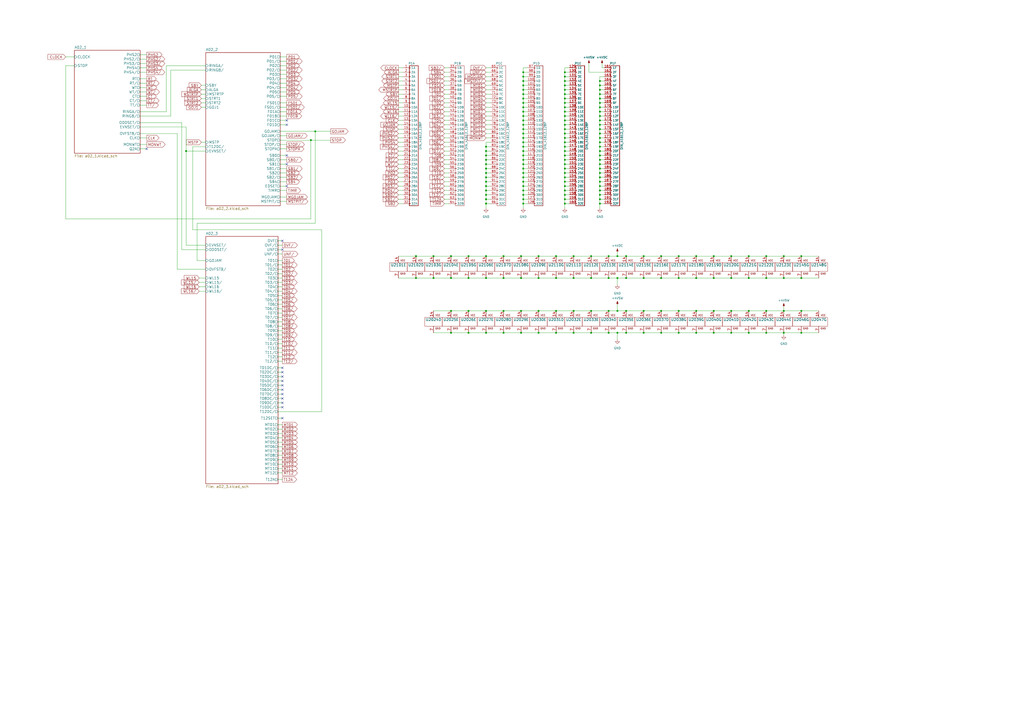
<source format=kicad_sch>
(kicad_sch (version 20211123) (generator eeschema)
  (paper "A2")
  (junction (at 241.3 161.29))
  (junction (at 303.53 44.45))
  (junction (at 393.7 193.04))
  (junction (at 327.66 105.41))
  (junction (at 454.66 148.59))
  (junction (at 281.94 115.57))
  (junction (at 303.53 113.03))
  (junction (at 327.66 90.17))
  (junction (at 327.66 64.77))
  (junction (at 327.66 49.53))
  (junction (at 363.22 180.34))
  (junction (at 454.66 180.34))
  (junction (at 347.98 82.55))
  (junction (at 393.7 161.29))
  (junction (at 327.66 46.99))
  (junction (at 303.53 118.11))
  (junction (at 434.34 193.04))
  (junction (at 303.53 92.71))
  (junction (at 414.02 193.04))
  (junction (at 251.46 148.59))
  (junction (at 327.66 72.39))
  (junction (at 353.06 180.34))
  (junction (at 303.53 52.07))
  (junction (at 261.62 193.04))
  (junction (at 342.9 180.34))
  (junction (at 261.62 180.34))
  (junction (at 292.1 148.59))
  (junction (at 358.14 193.04))
  (junction (at 303.53 41.91))
  (junction (at 347.98 105.41))
  (junction (at 281.94 95.25))
  (junction (at 312.42 148.59))
  (junction (at 347.98 54.61))
  (junction (at 322.58 161.29))
  (junction (at 303.53 87.63))
  (junction (at 383.54 193.04))
  (junction (at 327.66 80.01))
  (junction (at 271.78 148.59))
  (junction (at 327.66 74.93))
  (junction (at 281.94 87.63))
  (junction (at 327.66 69.85))
  (junction (at 327.66 57.15))
  (junction (at 434.34 161.29))
  (junction (at 363.22 148.59))
  (junction (at 347.98 49.53))
  (junction (at 281.94 102.87))
  (junction (at 303.53 74.93))
  (junction (at 347.98 52.07))
  (junction (at 424.18 148.59))
  (junction (at 327.66 41.91))
  (junction (at 281.94 90.17))
  (junction (at 303.53 57.15))
  (junction (at 434.34 180.34))
  (junction (at 322.58 193.04))
  (junction (at 332.74 148.59))
  (junction (at 444.5 161.29))
  (junction (at 271.78 180.34))
  (junction (at 358.14 161.29))
  (junction (at 322.58 180.34))
  (junction (at 464.82 161.29))
  (junction (at 347.98 100.33))
  (junction (at 303.53 95.25))
  (junction (at 424.18 180.34))
  (junction (at 292.1 161.29))
  (junction (at 303.53 100.33))
  (junction (at 444.5 148.59))
  (junction (at 303.53 59.69))
  (junction (at 373.38 193.04))
  (junction (at 303.53 102.87))
  (junction (at 454.66 161.29))
  (junction (at 281.94 107.95))
  (junction (at 347.98 92.71))
  (junction (at 327.66 77.47))
  (junction (at 347.98 67.31))
  (junction (at 180.34 81.28))
  (junction (at 261.62 148.59))
  (junction (at 424.18 161.29))
  (junction (at 403.86 161.29))
  (junction (at 347.98 87.63))
  (junction (at 107.95 87.63))
  (junction (at 347.98 113.03))
  (junction (at 303.53 46.99))
  (junction (at 464.82 180.34))
  (junction (at 327.66 115.57))
  (junction (at 303.53 67.31))
  (junction (at 303.53 85.09))
  (junction (at 241.3 148.59))
  (junction (at 303.53 80.01))
  (junction (at 393.7 148.59))
  (junction (at 332.74 193.04))
  (junction (at 292.1 180.34))
  (junction (at 303.53 54.61))
  (junction (at 271.78 193.04))
  (junction (at 347.98 69.85))
  (junction (at 414.02 161.29))
  (junction (at 444.5 193.04))
  (junction (at 347.98 57.15))
  (junction (at 327.66 44.45))
  (junction (at 347.98 97.79))
  (junction (at 281.94 97.79))
  (junction (at 281.94 105.41))
  (junction (at 281.94 161.29))
  (junction (at 327.66 85.09))
  (junction (at 342.9 161.29))
  (junction (at 302.26 180.34))
  (junction (at 332.74 161.29))
  (junction (at 347.98 62.23))
  (junction (at 373.38 161.29))
  (junction (at 464.82 193.04))
  (junction (at 303.53 90.17))
  (junction (at 373.38 180.34))
  (junction (at 347.98 90.17))
  (junction (at 303.53 62.23))
  (junction (at 327.66 113.03))
  (junction (at 251.46 161.29))
  (junction (at 403.86 180.34))
  (junction (at 303.53 97.79))
  (junction (at 327.66 110.49))
  (junction (at 261.62 161.29))
  (junction (at 327.66 92.71))
  (junction (at 347.98 115.57))
  (junction (at 303.53 69.85))
  (junction (at 424.18 193.04))
  (junction (at 327.66 102.87))
  (junction (at 327.66 100.33))
  (junction (at 383.54 148.59))
  (junction (at 358.14 148.59))
  (junction (at 444.5 180.34))
  (junction (at 363.22 161.29))
  (junction (at 312.42 193.04))
  (junction (at 347.98 95.25))
  (junction (at 353.06 161.29))
  (junction (at 292.1 193.04))
  (junction (at 303.53 105.41))
  (junction (at 312.42 161.29))
  (junction (at 403.86 148.59))
  (junction (at 414.02 148.59))
  (junction (at 312.42 180.34))
  (junction (at 281.94 118.11))
  (junction (at 383.54 180.34))
  (junction (at 303.53 72.39))
  (junction (at 373.38 148.59))
  (junction (at 303.53 64.77))
  (junction (at 347.98 72.39))
  (junction (at 347.98 46.99))
  (junction (at 403.86 193.04))
  (junction (at 302.26 148.59))
  (junction (at 327.66 95.25))
  (junction (at 414.02 180.34))
  (junction (at 303.53 107.95))
  (junction (at 303.53 82.55))
  (junction (at 327.66 54.61))
  (junction (at 303.53 110.49))
  (junction (at 327.66 52.07))
  (junction (at 327.66 118.11))
  (junction (at 347.98 80.01))
  (junction (at 327.66 107.95))
  (junction (at 302.26 193.04))
  (junction (at 347.98 85.09))
  (junction (at 281.94 148.59))
  (junction (at 281.94 85.09))
  (junction (at 281.94 180.34))
  (junction (at 454.66 193.04))
  (junction (at 347.98 59.69))
  (junction (at 281.94 193.04))
  (junction (at 358.14 180.34))
  (junction (at 464.82 148.59))
  (junction (at 327.66 59.69))
  (junction (at 281.94 110.49))
  (junction (at 302.26 161.29))
  (junction (at 281.94 92.71))
  (junction (at 347.98 64.77))
  (junction (at 327.66 82.55))
  (junction (at 327.66 67.31))
  (junction (at 342.9 148.59))
  (junction (at 347.98 77.47))
  (junction (at 347.98 74.93))
  (junction (at 347.98 102.87))
  (junction (at 332.74 180.34))
  (junction (at 434.34 148.59))
  (junction (at 347.98 110.49))
  (junction (at 303.53 49.53))
  (junction (at 182.88 76.2))
  (junction (at 327.66 62.23))
  (junction (at 353.06 193.04))
  (junction (at 303.53 115.57))
  (junction (at 342.9 193.04))
  (junction (at 353.06 148.59))
  (junction (at 393.7 180.34))
  (junction (at 363.22 193.04))
  (junction (at 281.94 113.03))
  (junction (at 347.98 118.11))
  (junction (at 322.58 148.59))
  (junction (at 281.94 100.33))
  (junction (at 327.66 87.63))
  (junction (at 271.78 161.29))
  (junction (at 383.54 161.29))
  (junction (at 347.98 107.95))
  (junction (at 327.66 97.79))
  (junction (at 303.53 77.47))
  (no_connect (at 166.37 95.25))
  (no_connect (at 166.37 107.95))
  (no_connect (at 163.83 231.14))
  (no_connect (at 163.83 236.22))
  (no_connect (at 163.83 144.78))
  (no_connect (at 166.37 72.39))
  (no_connect (at 163.83 223.52))
  (no_connect (at 85.09 86.36))
  (no_connect (at 163.83 228.6))
  (no_connect (at 163.83 233.68))
  (no_connect (at 163.83 213.36))
  (no_connect (at 166.37 90.17))
  (no_connect (at 163.83 139.7))
  (no_connect (at 163.83 220.98))
  (no_connect (at 163.83 242.57))
  (no_connect (at 163.83 226.06))
  (no_connect (at 166.37 69.85))
  (no_connect (at 163.83 218.44))
  (no_connect (at 163.83 215.9))
  (wire (pts (xy 281.94 118.11) (xy 281.94 120.65)))
  (wire (pts (xy 358.14 193.04) (xy 353.06 193.04)))
  (wire (pts (xy 303.53 67.31) (xy 306.07 67.31)))
  (wire (pts (xy 115.57 163.83) (xy 119.38 163.83)))
  (wire (pts (xy 81.28 80.01) (xy 85.09 80.01)))
  (wire (pts (xy 233.68 69.85) (xy 231.14 69.85)))
  (wire (pts (xy 327.66 64.77) (xy 330.2 64.77)))
  (wire (pts (xy 81.28 83.82) (xy 85.09 83.82)))
  (wire (pts (xy 161.29 186.69) (xy 163.83 186.69)))
  (wire (pts (xy 281.94 107.95) (xy 281.94 110.49)))
  (wire (pts (xy 260.35 69.85) (xy 257.81 69.85)))
  (wire (pts (xy 347.98 90.17) (xy 350.52 90.17)))
  (wire (pts (xy 363.22 161.29) (xy 373.38 161.29)))
  (wire (pts (xy 162.56 83.82) (xy 166.37 83.82)))
  (wire (pts (xy 281.94 80.01) (xy 284.48 80.01)))
  (wire (pts (xy 161.29 238.76) (xy 186.69 238.76)))
  (wire (pts (xy 393.7 148.59) (xy 403.86 148.59)))
  (wire (pts (xy 105.41 144.78) (xy 119.38 144.78)))
  (wire (pts (xy 312.42 193.04) (xy 302.26 193.04)))
  (wire (pts (xy 85.09 50.8) (xy 81.28 50.8)))
  (wire (pts (xy 358.14 180.34) (xy 358.14 176.53)))
  (wire (pts (xy 327.66 87.63) (xy 330.2 87.63)))
  (wire (pts (xy 161.29 161.29) (xy 163.83 161.29)))
  (wire (pts (xy 327.66 95.25) (xy 327.66 97.79)))
  (wire (pts (xy 257.81 102.87) (xy 260.35 102.87)))
  (wire (pts (xy 434.34 148.59) (xy 444.5 148.59)))
  (wire (pts (xy 85.09 41.91) (xy 81.28 41.91)))
  (wire (pts (xy 434.34 161.29) (xy 444.5 161.29)))
  (wire (pts (xy 347.98 67.31) (xy 347.98 69.85)))
  (wire (pts (xy 260.35 80.01) (xy 257.81 80.01)))
  (wire (pts (xy 292.1 161.29) (xy 302.26 161.29)))
  (wire (pts (xy 161.29 189.23) (xy 163.83 189.23)))
  (wire (pts (xy 327.66 85.09) (xy 330.2 85.09)))
  (wire (pts (xy 271.78 161.29) (xy 281.94 161.29)))
  (wire (pts (xy 327.66 87.63) (xy 327.66 90.17)))
  (wire (pts (xy 350.52 41.91) (xy 341.63 41.91)))
  (wire (pts (xy 347.98 92.71) (xy 347.98 95.25)))
  (wire (pts (xy 261.62 161.29) (xy 271.78 161.29)))
  (wire (pts (xy 161.29 278.13) (xy 163.83 278.13)))
  (wire (pts (xy 107.95 87.63) (xy 107.95 142.24)))
  (wire (pts (xy 327.66 102.87) (xy 330.2 102.87)))
  (wire (pts (xy 161.29 153.67) (xy 163.83 153.67)))
  (wire (pts (xy 303.53 115.57) (xy 306.07 115.57)))
  (wire (pts (xy 327.66 77.47) (xy 330.2 77.47)))
  (wire (pts (xy 303.53 102.87) (xy 306.07 102.87)))
  (wire (pts (xy 281.94 67.31) (xy 284.48 67.31)))
  (wire (pts (xy 341.63 41.91) (xy 341.63 36.83)))
  (wire (pts (xy 161.29 223.52) (xy 163.83 223.52)))
  (wire (pts (xy 464.82 161.29) (xy 474.98 161.29)))
  (wire (pts (xy 281.94 193.04) (xy 271.78 193.04)))
  (wire (pts (xy 303.53 59.69) (xy 303.53 62.23)))
  (wire (pts (xy 281.94 85.09) (xy 284.48 85.09)))
  (wire (pts (xy 81.28 31.75) (xy 85.09 31.75)))
  (wire (pts (xy 327.66 62.23) (xy 330.2 62.23)))
  (wire (pts (xy 161.29 261.62) (xy 163.83 261.62)))
  (wire (pts (xy 303.53 46.99) (xy 306.07 46.99)))
  (wire (pts (xy 81.28 77.47) (xy 102.87 77.47)))
  (wire (pts (xy 327.66 97.79) (xy 330.2 97.79)))
  (wire (pts (xy 281.94 72.39) (xy 284.48 72.39)))
  (wire (pts (xy 303.53 54.61) (xy 306.07 54.61)))
  (wire (pts (xy 161.29 251.46) (xy 163.83 251.46)))
  (wire (pts (xy 327.66 52.07) (xy 330.2 52.07)))
  (wire (pts (xy 271.78 148.59) (xy 281.94 148.59)))
  (wire (pts (xy 327.66 64.77) (xy 327.66 67.31)))
  (wire (pts (xy 327.66 92.71) (xy 327.66 95.25)))
  (wire (pts (xy 162.56 59.69) (xy 166.37 59.69)))
  (wire (pts (xy 257.81 92.71) (xy 260.35 92.71)))
  (wire (pts (xy 116.84 62.23) (xy 119.38 62.23)))
  (wire (pts (xy 350.52 44.45) (xy 347.98 44.45)))
  (wire (pts (xy 327.66 74.93) (xy 330.2 74.93)))
  (wire (pts (xy 251.46 148.59) (xy 261.62 148.59)))
  (wire (pts (xy 303.53 69.85) (xy 306.07 69.85)))
  (wire (pts (xy 111.76 85.09) (xy 111.76 133.35)))
  (wire (pts (xy 162.56 90.17) (xy 166.37 90.17)))
  (wire (pts (xy 347.98 102.87) (xy 350.52 102.87)))
  (wire (pts (xy 257.81 54.61) (xy 260.35 54.61)))
  (wire (pts (xy 233.68 64.77) (xy 231.14 64.77)))
  (wire (pts (xy 161.29 173.99) (xy 163.83 173.99)))
  (wire (pts (xy 303.53 44.45) (xy 303.53 46.99)))
  (wire (pts (xy 161.29 246.38) (xy 163.83 246.38)))
  (wire (pts (xy 327.66 113.03) (xy 330.2 113.03)))
  (wire (pts (xy 303.53 105.41) (xy 303.53 107.95)))
  (wire (pts (xy 327.66 52.07) (xy 327.66 54.61)))
  (wire (pts (xy 347.98 95.25) (xy 347.98 97.79)))
  (wire (pts (xy 260.35 90.17) (xy 257.81 90.17)))
  (wire (pts (xy 105.41 71.12) (xy 105.41 144.78)))
  (wire (pts (xy 303.53 85.09) (xy 303.53 87.63)))
  (wire (pts (xy 373.38 148.59) (xy 383.54 148.59)))
  (wire (pts (xy 327.66 92.71) (xy 330.2 92.71)))
  (wire (pts (xy 281.94 74.93) (xy 284.48 74.93)))
  (wire (pts (xy 284.48 82.55) (xy 281.94 82.55)))
  (wire (pts (xy 162.56 62.23) (xy 166.37 62.23)))
  (wire (pts (xy 303.53 67.31) (xy 303.53 69.85)))
  (wire (pts (xy 161.29 213.36) (xy 163.83 213.36)))
  (wire (pts (xy 303.53 64.77) (xy 303.53 67.31)))
  (wire (pts (xy 257.81 105.41) (xy 260.35 105.41)))
  (wire (pts (xy 332.74 193.04) (xy 322.58 193.04)))
  (wire (pts (xy 327.66 85.09) (xy 327.66 87.63)))
  (wire (pts (xy 332.74 148.59) (xy 342.9 148.59)))
  (wire (pts (xy 162.56 76.2) (xy 182.88 76.2)))
  (wire (pts (xy 347.98 115.57) (xy 347.98 118.11)))
  (wire (pts (xy 85.09 36.83) (xy 81.28 36.83)))
  (wire (pts (xy 303.53 113.03) (xy 306.07 113.03)))
  (wire (pts (xy 303.53 62.23) (xy 303.53 64.77)))
  (wire (pts (xy 102.87 77.47) (xy 102.87 156.21)))
  (wire (pts (xy 260.35 87.63) (xy 257.81 87.63)))
  (wire (pts (xy 424.18 180.34) (xy 434.34 180.34)))
  (wire (pts (xy 347.98 69.85) (xy 347.98 72.39)))
  (wire (pts (xy 327.66 113.03) (xy 327.66 115.57)))
  (wire (pts (xy 327.66 39.37) (xy 327.66 41.91)))
  (wire (pts (xy 306.07 41.91) (xy 303.53 41.91)))
  (wire (pts (xy 347.98 90.17) (xy 347.98 92.71)))
  (wire (pts (xy 182.88 76.2) (xy 191.77 76.2)))
  (wire (pts (xy 327.66 118.11) (xy 330.2 118.11)))
  (wire (pts (xy 347.98 107.95) (xy 350.52 107.95)))
  (wire (pts (xy 303.53 77.47) (xy 303.53 80.01)))
  (wire (pts (xy 257.81 39.37) (xy 260.35 39.37)))
  (wire (pts (xy 347.98 82.55) (xy 350.52 82.55)))
  (wire (pts (xy 281.94 113.03) (xy 284.48 113.03)))
  (wire (pts (xy 347.98 46.99) (xy 347.98 49.53)))
  (wire (pts (xy 161.29 248.92) (xy 163.83 248.92)))
  (wire (pts (xy 347.98 100.33) (xy 347.98 102.87)))
  (wire (pts (xy 161.29 231.14) (xy 163.83 231.14)))
  (wire (pts (xy 358.14 148.59) (xy 358.14 146.05)))
  (wire (pts (xy 281.94 82.55) (xy 281.94 85.09)))
  (wire (pts (xy 231.14 105.41) (xy 233.68 105.41)))
  (wire (pts (xy 302.26 148.59) (xy 312.42 148.59)))
  (wire (pts (xy 161.29 156.21) (xy 163.83 156.21)))
  (wire (pts (xy 161.29 196.85) (xy 163.83 196.85)))
  (wire (pts (xy 271.78 193.04) (xy 261.62 193.04)))
  (wire (pts (xy 162.56 38.1) (xy 166.37 38.1)))
  (wire (pts (xy 161.29 220.98) (xy 163.83 220.98)))
  (wire (pts (xy 303.53 118.11) (xy 306.07 118.11)))
  (wire (pts (xy 161.29 256.54) (xy 163.83 256.54)))
  (wire (pts (xy 464.82 148.59) (xy 474.98 148.59)))
  (wire (pts (xy 161.29 181.61) (xy 163.83 181.61)))
  (wire (pts (xy 186.69 133.35) (xy 186.69 238.76)))
  (wire (pts (xy 99.06 40.64) (xy 99.06 67.31)))
  (wire (pts (xy 383.54 180.34) (xy 393.7 180.34)))
  (wire (pts (xy 327.66 57.15) (xy 330.2 57.15)))
  (wire (pts (xy 162.56 105.41) (xy 166.37 105.41)))
  (wire (pts (xy 260.35 59.69) (xy 257.81 59.69)))
  (wire (pts (xy 347.98 80.01) (xy 350.52 80.01)))
  (wire (pts (xy 161.29 259.08) (xy 163.83 259.08)))
  (wire (pts (xy 161.29 209.55) (xy 163.83 209.55)))
  (wire (pts (xy 81.28 39.37) (xy 85.09 39.37)))
  (wire (pts (xy 347.98 72.39) (xy 347.98 74.93)))
  (wire (pts (xy 347.98 82.55) (xy 347.98 85.09)))
  (wire (pts (xy 383.54 193.04) (xy 373.38 193.04)))
  (wire (pts (xy 327.66 80.01) (xy 327.66 82.55)))
  (wire (pts (xy 292.1 180.34) (xy 302.26 180.34)))
  (wire (pts (xy 424.18 161.29) (xy 434.34 161.29)))
  (wire (pts (xy 373.38 180.34) (xy 383.54 180.34)))
  (wire (pts (xy 347.98 100.33) (xy 350.52 100.33)))
  (wire (pts (xy 281.94 180.34) (xy 292.1 180.34)))
  (wire (pts (xy 303.53 115.57) (xy 303.53 118.11)))
  (wire (pts (xy 424.18 193.04) (xy 414.02 193.04)))
  (wire (pts (xy 231.14 62.23) (xy 233.68 62.23)))
  (wire (pts (xy 162.56 81.28) (xy 180.34 81.28)))
  (wire (pts (xy 119.38 85.09) (xy 111.76 85.09)))
  (wire (pts (xy 347.98 69.85) (xy 350.52 69.85)))
  (wire (pts (xy 454.66 180.34) (xy 464.82 180.34)))
  (wire (pts (xy 332.74 161.29) (xy 342.9 161.29)))
  (wire (pts (xy 161.29 236.22) (xy 163.83 236.22)))
  (wire (pts (xy 327.66 77.47) (xy 327.66 80.01)))
  (wire (pts (xy 161.29 271.78) (xy 163.83 271.78)))
  (wire (pts (xy 303.53 100.33) (xy 303.53 102.87)))
  (wire (pts (xy 281.94 95.25) (xy 284.48 95.25)))
  (wire (pts (xy 353.06 148.59) (xy 358.14 148.59)))
  (wire (pts (xy 327.66 107.95) (xy 330.2 107.95)))
  (wire (pts (xy 303.53 97.79) (xy 306.07 97.79)))
  (wire (pts (xy 281.94 110.49) (xy 281.94 113.03)))
  (wire (pts (xy 180.34 127) (xy 38.1 127)))
  (wire (pts (xy 162.56 86.36) (xy 166.37 86.36)))
  (wire (pts (xy 231.14 57.15) (xy 233.68 57.15)))
  (wire (pts (xy 114.3 129.54) (xy 114.3 151.13)))
  (wire (pts (xy 231.14 102.87) (xy 233.68 102.87)))
  (wire (pts (xy 303.53 107.95) (xy 303.53 110.49)))
  (wire (pts (xy 107.95 73.66) (xy 107.95 87.63)))
  (wire (pts (xy 257.81 62.23) (xy 260.35 62.23)))
  (wire (pts (xy 119.38 40.64) (xy 99.06 40.64)))
  (wire (pts (xy 107.95 87.63) (xy 119.38 87.63)))
  (wire (pts (xy 115.57 166.37) (xy 119.38 166.37)))
  (wire (pts (xy 454.66 177.8) (xy 454.66 180.34)))
  (wire (pts (xy 162.56 110.49) (xy 166.37 110.49)))
  (wire (pts (xy 162.56 35.56) (xy 166.37 35.56)))
  (wire (pts (xy 292.1 193.04) (xy 281.94 193.04)))
  (wire (pts (xy 330.2 41.91) (xy 327.66 41.91)))
  (wire (pts (xy 281.94 105.41) (xy 284.48 105.41)))
  (wire (pts (xy 261.62 148.59) (xy 271.78 148.59)))
  (wire (pts (xy 281.94 77.47) (xy 284.48 77.47)))
  (wire (pts (xy 96.52 64.77) (xy 81.28 64.77)))
  (wire (pts (xy 303.53 72.39) (xy 306.07 72.39)))
  (wire (pts (xy 260.35 57.15) (xy 257.81 57.15)))
  (wire (pts (xy 347.98 97.79) (xy 350.52 97.79)))
  (wire (pts (xy 434.34 180.34) (xy 444.5 180.34)))
  (wire (pts (xy 347.98 62.23) (xy 347.98 64.77)))
  (wire (pts (xy 233.68 54.61) (xy 231.14 54.61)))
  (wire (pts (xy 327.66 118.11) (xy 327.66 120.65)))
  (wire (pts (xy 327.66 100.33) (xy 327.66 102.87)))
  (wire (pts (xy 161.29 147.32) (xy 163.83 147.32)))
  (wire (pts (xy 161.29 274.32) (xy 163.83 274.32)))
  (wire (pts (xy 303.53 46.99) (xy 303.53 49.53)))
  (wire (pts (xy 182.88 129.54) (xy 114.3 129.54)))
  (wire (pts (xy 161.29 163.83) (xy 163.83 163.83)))
  (wire (pts (xy 281.94 97.79) (xy 284.48 97.79)))
  (wire (pts (xy 358.14 161.29) (xy 363.22 161.29)))
  (wire (pts (xy 347.98 59.69) (xy 350.52 59.69)))
  (wire (pts (xy 231.14 161.29) (xy 241.3 161.29)))
  (wire (pts (xy 303.53 62.23) (xy 306.07 62.23)))
  (wire (pts (xy 231.14 107.95) (xy 233.68 107.95)))
  (wire (pts (xy 347.98 115.57) (xy 350.52 115.57)))
  (wire (pts (xy 327.66 102.87) (xy 327.66 105.41)))
  (wire (pts (xy 231.14 49.53) (xy 233.68 49.53)))
  (wire (pts (xy 303.53 39.37) (xy 303.53 41.91)))
  (wire (pts (xy 231.14 90.17) (xy 233.68 90.17)))
  (wire (pts (xy 281.94 90.17) (xy 281.94 92.71)))
  (wire (pts (xy 233.68 74.93) (xy 231.14 74.93)))
  (wire (pts (xy 161.29 158.75) (xy 163.83 158.75)))
  (wire (pts (xy 257.81 95.25) (xy 260.35 95.25)))
  (wire (pts (xy 303.53 77.47) (xy 306.07 77.47)))
  (wire (pts (xy 342.9 161.29) (xy 353.06 161.29)))
  (wire (pts (xy 281.94 87.63) (xy 284.48 87.63)))
  (wire (pts (xy 353.06 193.04) (xy 342.9 193.04)))
  (wire (pts (xy 96.52 38.1) (xy 96.52 64.77)))
  (wire (pts (xy 347.98 64.77) (xy 347.98 67.31)))
  (wire (pts (xy 303.53 113.03) (xy 303.53 115.57)))
  (wire (pts (xy 231.14 77.47) (xy 233.68 77.47)))
  (wire (pts (xy 231.14 87.63) (xy 233.68 87.63)))
  (wire (pts (xy 231.14 85.09) (xy 233.68 85.09)))
  (wire (pts (xy 231.14 46.99) (xy 233.68 46.99)))
  (wire (pts (xy 327.66 72.39) (xy 327.66 74.93)))
  (wire (pts (xy 347.98 107.95) (xy 347.98 110.49)))
  (wire (pts (xy 281.94 59.69) (xy 284.48 59.69)))
  (wire (pts (xy 281.94 92.71) (xy 284.48 92.71)))
  (wire (pts (xy 347.98 57.15) (xy 347.98 59.69)))
  (wire (pts (xy 327.66 82.55) (xy 330.2 82.55)))
  (wire (pts (xy 347.98 92.71) (xy 350.52 92.71)))
  (wire (pts (xy 414.02 180.34) (xy 424.18 180.34)))
  (wire (pts (xy 115.57 161.29) (xy 119.38 161.29)))
  (wire (pts (xy 347.98 95.25) (xy 350.52 95.25)))
  (wire (pts (xy 161.29 215.9) (xy 163.83 215.9)))
  (wire (pts (xy 231.14 59.69) (xy 233.68 59.69)))
  (wire (pts (xy 161.29 199.39) (xy 163.83 199.39)))
  (wire (pts (xy 38.1 127) (xy 38.1 38.1)))
  (wire (pts (xy 231.14 95.25) (xy 233.68 95.25)))
  (wire (pts (xy 403.86 180.34) (xy 414.02 180.34)))
  (wire (pts (xy 327.66 67.31) (xy 327.66 69.85)))
  (wire (pts (xy 251.46 180.34) (xy 261.62 180.34)))
  (wire (pts (xy 281.94 148.59) (xy 292.1 148.59)))
  (wire (pts (xy 474.98 193.04) (xy 464.82 193.04)))
  (wire (pts (xy 347.98 57.15) (xy 350.52 57.15)))
  (wire (pts (xy 327.66 46.99) (xy 330.2 46.99)))
  (wire (pts (xy 233.68 72.39) (xy 231.14 72.39)))
  (wire (pts (xy 231.14 82.55) (xy 233.68 82.55)))
  (wire (pts (xy 81.28 71.12) (xy 105.41 71.12)))
  (wire (pts (xy 347.98 113.03) (xy 347.98 115.57)))
  (wire (pts (xy 281.94 102.87) (xy 281.94 105.41)))
  (wire (pts (xy 303.53 80.01) (xy 303.53 82.55)))
  (wire (pts (xy 281.94 92.71) (xy 281.94 95.25)))
  (wire (pts (xy 162.56 53.34) (xy 166.37 53.34)))
  (wire (pts (xy 281.94 115.57) (xy 284.48 115.57)))
  (wire (pts (xy 260.35 44.45) (xy 257.81 44.45)))
  (wire (pts (xy 358.14 196.85) (xy 358.14 193.04)))
  (wire (pts (xy 327.66 110.49) (xy 327.66 113.03)))
  (wire (pts (xy 233.68 67.31) (xy 231.14 67.31)))
  (wire (pts (xy 161.29 168.91) (xy 163.83 168.91)))
  (wire (pts (xy 347.98 118.11) (xy 347.98 120.65)))
  (wire (pts (xy 162.56 33.02) (xy 166.37 33.02)))
  (wire (pts (xy 162.56 92.71) (xy 166.37 92.71)))
  (wire (pts (xy 347.98 67.31) (xy 350.52 67.31)))
  (wire (pts (xy 257.81 110.49) (xy 260.35 110.49)))
  (wire (pts (xy 454.66 148.59) (xy 464.82 148.59)))
  (wire (pts (xy 327.66 115.57) (xy 327.66 118.11)))
  (wire (pts (xy 231.14 92.71) (xy 233.68 92.71)))
  (wire (pts (xy 303.53 49.53) (xy 306.07 49.53)))
  (wire (pts (xy 347.98 54.61) (xy 347.98 57.15)))
  (wire (pts (xy 281.94 57.15) (xy 284.48 57.15)))
  (wire (pts (xy 327.66 95.25) (xy 330.2 95.25)))
  (wire (pts (xy 281.94 90.17) (xy 284.48 90.17)))
  (wire (pts (xy 166.37 55.88) (xy 162.56 55.88)))
  (wire (pts (xy 303.53 49.53) (xy 303.53 52.07)))
  (wire (pts (xy 303.53 82.55) (xy 306.07 82.55)))
  (wire (pts (xy 119.38 38.1) (xy 96.52 38.1)))
  (wire (pts (xy 162.56 40.64) (xy 166.37 40.64)))
  (wire (pts (xy 303.53 87.63) (xy 306.07 87.63)))
  (wire (pts (xy 161.29 191.77) (xy 163.83 191.77)))
  (wire (pts (xy 444.5 193.04) (xy 434.34 193.04)))
  (wire (pts (xy 231.14 97.79) (xy 233.68 97.79)))
  (wire (pts (xy 257.81 118.11) (xy 260.35 118.11)))
  (wire (pts (xy 162.56 43.18) (xy 166.37 43.18)))
  (wire (pts (xy 281.94 102.87) (xy 284.48 102.87)))
  (wire (pts (xy 161.29 171.45) (xy 163.83 171.45)))
  (wire (pts (xy 303.53 69.85) (xy 303.53 72.39)))
  (wire (pts (xy 303.53 54.61) (xy 303.53 57.15)))
  (wire (pts (xy 303.53 41.91) (xy 303.53 44.45)))
  (wire (pts (xy 347.98 118.11) (xy 350.52 118.11)))
  (wire (pts (xy 424.18 148.59) (xy 434.34 148.59)))
  (wire (pts (xy 161.29 184.15) (xy 163.83 184.15)))
  (wire (pts (xy 281.94 97.79) (xy 281.94 100.33)))
  (wire (pts (xy 261.62 180.34) (xy 271.78 180.34)))
  (wire (pts (xy 327.66 72.39) (xy 330.2 72.39)))
  (wire (pts (xy 383.54 161.29) (xy 393.7 161.29)))
  (wire (pts (xy 302.26 161.29) (xy 312.42 161.29)))
  (wire (pts (xy 162.56 64.77) (xy 166.37 64.77)))
  (wire (pts (xy 162.56 69.85) (xy 166.37 69.85)))
  (wire (pts (xy 81.28 34.29) (xy 85.09 34.29)))
  (wire (pts (xy 292.1 148.59) (xy 302.26 148.59)))
  (wire (pts (xy 281.94 100.33) (xy 281.94 102.87)))
  (wire (pts (xy 162.56 50.8) (xy 166.37 50.8)))
  (wire (pts (xy 312.42 148.59) (xy 322.58 148.59)))
  (wire (pts (xy 161.29 151.13) (xy 163.83 151.13)))
  (wire (pts (xy 162.56 95.25) (xy 166.37 95.25)))
  (wire (pts (xy 342.9 148.59) (xy 353.06 148.59)))
  (wire (pts (xy 81.28 73.66) (xy 107.95 73.66)))
  (wire (pts (xy 257.81 82.55) (xy 260.35 82.55)))
  (wire (pts (xy 347.98 64.77) (xy 350.52 64.77)))
  (wire (pts (xy 464.82 180.34) (xy 474.98 180.34)))
  (wire (pts (xy 444.5 161.29) (xy 454.66 161.29)))
  (wire (pts (xy 303.53 110.49) (xy 306.07 110.49)))
  (wire (pts (xy 303.53 90.17) (xy 306.07 90.17)))
  (wire (pts (xy 303.53 100.33) (xy 306.07 100.33)))
  (wire (pts (xy 358.14 180.34) (xy 363.22 180.34)))
  (wire (pts (xy 347.98 97.79) (xy 347.98 100.33)))
  (wire (pts (xy 281.94 44.45) (xy 284.48 44.45)))
  (wire (pts (xy 281.94 110.49) (xy 284.48 110.49)))
  (wire (pts (xy 231.14 41.91) (xy 233.68 41.91)))
  (wire (pts (xy 347.98 87.63) (xy 347.98 90.17)))
  (wire (pts (xy 327.66 105.41) (xy 330.2 105.41)))
  (wire (pts (xy 303.53 92.71) (xy 303.53 95.25)))
  (wire (pts (xy 119.38 54.61) (xy 116.84 54.61)))
  (wire (pts (xy 444.5 180.34) (xy 454.66 180.34)))
  (wire (pts (xy 303.53 52.07) (xy 303.53 54.61)))
  (wire (pts (xy 327.66 49.53) (xy 330.2 49.53)))
  (wire (pts (xy 161.29 207.01) (xy 163.83 207.01)))
  (wire (pts (xy 281.94 105.41) (xy 281.94 107.95)))
  (wire (pts (xy 342.9 180.34) (xy 353.06 180.34)))
  (wire (pts (xy 342.9 193.04) (xy 332.74 193.04)))
  (wire (pts (xy 353.06 161.29) (xy 358.14 161.29)))
  (wire (pts (xy 260.35 107.95) (xy 257.81 107.95)))
  (wire (pts (xy 327.66 100.33) (xy 330.2 100.33)))
  (wire (pts (xy 281.94 161.29) (xy 292.1 161.29)))
  (wire (pts (xy 353.06 180.34) (xy 358.14 180.34)))
  (wire (pts (xy 281.94 39.37) (xy 284.48 39.37)))
  (wire (pts (xy 260.35 46.99) (xy 257.81 46.99)))
  (wire (pts (xy 327.66 69.85) (xy 327.66 72.39)))
  (wire (pts (xy 162.56 48.26) (xy 166.37 48.26)))
  (wire (pts (xy 327.66 41.91) (xy 327.66 44.45)))
  (wire (pts (xy 231.14 39.37) (xy 233.68 39.37)))
  (wire (pts (xy 312.42 180.34) (xy 322.58 180.34)))
  (wire (pts (xy 347.98 110.49) (xy 350.52 110.49)))
  (wire (pts (xy 303.53 95.25) (xy 303.53 97.79)))
  (wire (pts (xy 161.29 264.16) (xy 163.83 264.16)))
  (wire (pts (xy 38.1 38.1) (xy 43.18 38.1)))
  (wire (pts (xy 303.53 102.87) (xy 303.53 105.41)))
  (wire (pts (xy 383.54 148.59) (xy 393.7 148.59)))
  (wire (pts (xy 322.58 193.04) (xy 312.42 193.04)))
  (wire (pts (xy 180.34 81.28) (xy 191.77 81.28)))
  (wire (pts (xy 327.66 90.17) (xy 327.66 92.71)))
  (wire (pts (xy 85.09 55.88) (xy 81.28 55.88)))
  (wire (pts (xy 403.86 148.59) (xy 414.02 148.59)))
  (wire (pts (xy 303.53 64.77) (xy 306.07 64.77)))
  (wire (pts (xy 347.98 62.23) (xy 350.52 62.23)))
  (wire (pts (xy 327.66 107.95) (xy 327.66 110.49)))
  (wire (pts (xy 303.53 95.25) (xy 306.07 95.25)))
  (wire (pts (xy 231.14 115.57) (xy 233.68 115.57)))
  (wire (pts (xy 38.1 33.02) (xy 43.18 33.02)))
  (wire (pts (xy 327.66 105.41) (xy 327.66 107.95)))
  (wire (pts (xy 322.58 180.34) (xy 332.74 180.34)))
  (wire (pts (xy 302.26 193.04) (xy 292.1 193.04)))
  (wire (pts (xy 347.98 85.09) (xy 350.52 85.09)))
  (wire (pts (xy 231.14 148.59) (xy 241.3 148.59)))
  (wire (pts (xy 180.34 81.28) (xy 180.34 127)))
  (wire (pts (xy 303.53 57.15) (xy 306.07 57.15)))
  (wire (pts (xy 454.66 193.04) (xy 454.66 194.31)))
  (wire (pts (xy 281.94 115.57) (xy 281.94 118.11)))
  (wire (pts (xy 303.53 118.11) (xy 303.53 120.65)))
  (wire (pts (xy 327.66 62.23) (xy 327.66 64.77)))
  (wire (pts (xy 116.84 52.07) (xy 119.38 52.07)))
  (wire (pts (xy 347.98 52.07) (xy 347.98 54.61)))
  (wire (pts (xy 162.56 102.87) (xy 166.37 102.87)))
  (wire (pts (xy 327.66 44.45) (xy 330.2 44.45)))
  (wire (pts (xy 161.29 144.78) (xy 163.83 144.78)))
  (wire (pts (xy 257.81 72.39) (xy 260.35 72.39)))
  (wire (pts (xy 111.76 133.35) (xy 186.69 133.35)))
  (wire (pts (xy 161.29 142.24) (xy 163.83 142.24)))
  (wire (pts (xy 116.84 82.55) (xy 119.38 82.55)))
  (wire (pts (xy 303.53 110.49) (xy 303.53 113.03)))
  (wire (pts (xy 281.94 64.77) (xy 284.48 64.77)))
  (wire (pts (xy 81.28 53.34) (xy 85.09 53.34)))
  (wire (pts (xy 303.53 74.93) (xy 303.53 77.47)))
  (wire (pts (xy 257.81 74.93) (xy 260.35 74.93)))
  (wire (pts (xy 347.98 113.03) (xy 350.52 113.03)))
  (wire (pts (xy 241.3 148.59) (xy 251.46 148.59)))
  (wire (pts (xy 349.25 39.37) (xy 350.52 39.37)))
  (wire (pts (xy 233.68 52.07) (xy 231.14 52.07)))
  (wire (pts (xy 347.98 85.09) (xy 347.98 87.63)))
  (wire (pts (xy 281.94 85.09) (xy 281.94 87.63)))
  (wire (pts (xy 162.56 67.31) (xy 166.37 67.31)))
  (wire (pts (xy 347.98 80.01) (xy 347.98 82.55)))
  (wire (pts (xy 403.86 193.04) (xy 393.7 193.04)))
  (wire (pts (xy 161.29 194.31) (xy 163.83 194.31)))
  (wire (pts (xy 302.26 180.34) (xy 312.42 180.34)))
  (wire (pts (xy 327.66 44.45) (xy 327.66 46.99)))
  (wire (pts (xy 116.84 57.15) (xy 119.38 57.15)))
  (wire (pts (xy 327.66 59.69) (xy 330.2 59.69)))
  (wire (pts (xy 327.66 54.61) (xy 327.66 57.15)))
  (wire (pts (xy 349.25 36.83) (xy 349.25 39.37)))
  (wire (pts (xy 327.66 59.69) (xy 327.66 62.23)))
  (wire (pts (xy 182.88 76.2) (xy 182.88 129.54)))
  (wire (pts (xy 347.98 52.07) (xy 350.52 52.07)))
  (wire (pts (xy 161.29 201.93) (xy 163.83 201.93)))
  (wire (pts (xy 330.2 39.37) (xy 327.66 39.37)))
  (wire (pts (xy 347.98 110.49) (xy 347.98 113.03)))
  (wire (pts (xy 373.38 193.04) (xy 363.22 193.04)))
  (wire (pts (xy 231.14 100.33) (xy 233.68 100.33)))
  (wire (pts (xy 115.57 168.91) (xy 119.38 168.91)))
  (wire (pts (xy 162.56 78.74) (xy 166.37 78.74)))
  (wire (pts (xy 393.7 180.34) (xy 403.86 180.34)))
  (wire (pts (xy 231.14 118.11) (xy 233.68 118.11)))
  (wire (pts (xy 327.66 90.17) (xy 330.2 90.17)))
  (wire (pts (xy 116.84 59.69) (xy 119.38 59.69)))
  (wire (pts (xy 161.29 266.7) (xy 163.83 266.7)))
  (wire (pts (xy 347.98 44.45) (xy 347.98 46.99)))
  (wire (pts (xy 327.66 46.99) (xy 327.66 49.53)))
  (wire (pts (xy 332.74 180.34) (xy 342.9 180.34)))
  (wire (pts (xy 347.98 87.63) (xy 350.52 87.63)))
  (wire (pts (xy 303.53 57.15) (xy 303.53 59.69)))
  (wire (pts (xy 119.38 49.53) (xy 116.84 49.53)))
  (wire (pts (xy 161.29 254) (xy 163.83 254)))
  (wire (pts (xy 393.7 193.04) (xy 383.54 193.04)))
  (wire (pts (xy 281.94 49.53) (xy 284.48 49.53)))
  (wire (pts (xy 393.7 161.29) (xy 403.86 161.29)))
  (wire (pts (xy 327.66 97.79) (xy 327.66 100.33)))
  (wire (pts (xy 303.53 59.69) (xy 306.07 59.69)))
  (wire (pts (xy 347.98 49.53) (xy 350.52 49.53)))
  (wire (pts (xy 161.29 176.53) (xy 163.83 176.53)))
  (wire (pts (xy 81.28 58.42) (xy 85.09 58.42)))
  (wire (pts (xy 303.53 72.39) (xy 303.53 74.93)))
  (wire (pts (xy 414.02 193.04) (xy 403.86 193.04)))
  (wire (pts (xy 260.35 49.53) (xy 257.81 49.53)))
  (wire (pts (xy 257.81 85.09) (xy 260.35 85.09)))
  (wire (pts (xy 414.02 161.29) (xy 424.18 161.29)))
  (wire (pts (xy 373.38 161.29) (xy 383.54 161.29)))
  (wire (pts (xy 251.46 161.29) (xy 261.62 161.29)))
  (wire (pts (xy 162.56 100.33) (xy 166.37 100.33)))
  (wire (pts (xy 303.53 80.01) (xy 306.07 80.01)))
  (wire (pts (xy 327.66 74.93) (xy 327.66 77.47)))
  (wire (pts (xy 347.98 46.99) (xy 350.52 46.99)))
  (wire (pts (xy 327.66 67.31) (xy 330.2 67.31)))
  (wire (pts (xy 161.29 226.06) (xy 163.83 226.06)))
  (wire (pts (xy 303.53 74.93) (xy 306.07 74.93)))
  (wire (pts (xy 303.53 85.09) (xy 306.07 85.09)))
  (wire (pts (xy 358.14 165.1) (xy 358.14 161.29)))
  (wire (pts (xy 327.66 69.85) (xy 330.2 69.85)))
  (wire (pts (xy 347.98 72.39) (xy 350.52 72.39)))
  (wire (pts (xy 327.66 80.01) (xy 330.2 80.01)))
  (wire (pts (xy 257.81 41.91) (xy 260.35 41.91)))
  (wire (pts (xy 303.53 87.63) (xy 303.53 90.17)))
  (wire (pts (xy 322.58 161.29) (xy 332.74 161.29)))
  (wire (pts (xy 99.06 67.31) (xy 81.28 67.31)))
  (wire (pts (xy 261.62 193.04) (xy 251.46 193.04)))
  (wire (pts (xy 260.35 52.07) (xy 257.81 52.07)))
  (wire (pts (xy 257.81 64.77) (xy 260.35 64.77)))
  (wire (pts (xy 327.66 115.57) (xy 330.2 115.57)))
  (wire (pts (xy 281.94 54.61) (xy 284.48 54.61)))
  (wire (pts (xy 347.98 105.41) (xy 350.52 105.41)))
  (wire (pts (xy 81.28 86.36) (xy 85.09 86.36)))
  (wire (pts (xy 322.58 148.59) (xy 332.74 148.59)))
  (wire (pts (xy 231.14 44.45) (xy 233.68 44.45)))
  (wire (pts (xy 327.66 49.53) (xy 327.66 52.07)))
  (wire (pts (xy 303.53 90.17) (xy 303.53 92.71)))
  (wire (pts (xy 260.35 67.31) (xy 257.81 67.31)))
  (wire (pts (xy 303.53 52.07) (xy 306.07 52.07)))
  (wire (pts (xy 85.09 60.96) (xy 81.28 60.96)))
  (wire (pts (xy 233.68 80.01) (xy 231.14 80.01)))
  (wire (pts (xy 107.95 142.24) (xy 119.38 142.24)))
  (wire (pts (xy 161.29 179.07) (xy 163.83 179.07)))
  (wire (pts (xy 347.98 59.69) (xy 347.98 62.23)))
  (wire (pts (xy 161.29 204.47) (xy 163.83 204.47)))
  (wire (pts (xy 102.87 156.21) (xy 119.38 156.21)))
  (wire (pts (xy 358.14 148.59) (xy 363.22 148.59)))
  (wire (pts (xy 464.82 193.04) (xy 454.66 193.04)))
  (wire (pts (xy 81.28 45.72) (xy 85.09 45.72)))
  (wire (pts (xy 281.94 95.25) (xy 281.94 97.79)))
  (wire (pts (xy 303.53 82.55) (xy 303.53 85.09)))
  (wire (pts (xy 281.94 41.91) (xy 284.48 41.91)))
  (wire (pts (xy 260.35 97.79) (xy 257.81 97.79)))
  (wire (pts (xy 434.34 193.04) (xy 424.18 193.04)))
  (wire (pts (xy 281.94 100.33) (xy 284.48 100.33)))
  (wire (pts (xy 303.53 97.79) (xy 303.53 100.33)))
  (wire (pts (xy 303.53 44.45) (xy 306.07 44.45)))
  (wire (pts (xy 281.94 118.11) (xy 284.48 118.11)))
  (wire (pts (xy 327.66 82.55) (xy 327.66 85.09)))
  (wire (pts (xy 281.94 52.07) (xy 284.48 52.07)))
  (wire (pts (xy 231.14 113.03) (xy 233.68 113.03)))
  (wire (pts (xy 347.98 54.61) (xy 350.52 54.61)))
  (wire (pts (xy 161.29 218.44) (xy 163.83 218.44)))
  (wire (pts (xy 347.98 77.47) (xy 347.98 80.01)))
  (wire (pts (xy 241.3 161.29) (xy 251.46 161.29)))
  (wire (pts (xy 161.29 166.37) (xy 163.83 166.37)))
  (wire (pts (xy 260.35 115.57) (xy 257.81 115.57)))
  (wire (pts (xy 363.22 180.34) (xy 373.38 180.34)))
  (wire (pts (xy 281.94 62.23) (xy 284.48 62.23)))
  (wire (pts (xy 161.29 269.24) (xy 163.83 269.24)))
  (wire (pts (xy 347.98 102.87) (xy 347.98 105.41)))
  (wire (pts (xy 454.66 161.29) (xy 464.82 161.29)))
  (wire (pts (xy 347.98 74.93) (xy 350.52 74.93)))
  (wire (pts (xy 363.22 193.04) (xy 358.14 193.04)))
  (wire (pts (xy 281.94 107.95) (xy 284.48 107.95)))
  (wire (pts (xy 114.3 151.13) (xy 119.38 151.13)))
  (wire (pts (xy 327.66 57.15) (xy 327.66 59.69)))
  (wire (pts (xy 81.28 48.26) (xy 85.09 48.26)))
  (wire (pts (xy 303.53 107.95) (xy 306.07 107.95)))
  (wire (pts (xy 444.5 148.59) (xy 454.66 148.59)))
  (wire (pts (xy 281.94 69.85) (xy 284.48 69.85)))
  (wire (pts (xy 162.56 45.72) (xy 166.37 45.72)))
  (wire (pts (xy 271.78 180.34) (xy 281.94 180.34)))
  (wire (pts (xy 257.81 113.03) (xy 260.35 113.03)))
  (wire (pts (xy 162.56 107.95) (xy 166.37 107.95)))
  (wire (pts (xy 454.66 193.04) (xy 444.5 193.04)))
  (wire (pts (xy 281.94 87.63) (xy 281.94 90.17)))
  (wire (pts (xy 347.98 49.53) (xy 347.98 52.07)))
  (wire (pts (xy 260.35 77.47) (xy 257.81 77.47)))
  (wire (pts (xy 312.42 161.29) (xy 322.58 161.29)))
  (wire (pts (xy 303.53 92.71) (xy 306.07 92.71)))
  (wire (pts (xy 281.94 46.99) (xy 284.48 46.99)))
  (wire (pts (xy 327.66 54.61) (xy 330.2 54.61)))
  (wire (pts (xy 363.22 148.59) (xy 373.38 148.59)))
  (wire (pts (xy 414.02 148.59) (xy 424.18 148.59)))
  (wire (pts (xy 403.86 161.29) (xy 414.02 161.29)))
  (wire (pts (xy 161.29 242.57) (xy 163.83 242.57)))
  (wire (pts (xy 162.56 97.79) (xy 166.37 97.79)))
  (wire (pts (xy 162.56 72.39) (xy 166.37 72.39)))
  (wire (pts (xy 162.56 116.84) (xy 166.37 116.84)))
  (wire (pts (xy 161.29 228.6) (xy 163.83 228.6)))
  (wire (pts (xy 260.35 100.33) (xy 257.81 100.33)))
  (wire (pts (xy 347.98 105.41) (xy 347.98 107.95)))
  (wire (pts (xy 303.53 105.41) (xy 306.07 105.41)))
  (wire (pts (xy 327.66 110.49) (xy 330.2 110.49)))
  (wire (pts (xy 347.98 74.93) (xy 347.98 77.47)))
  (wire (pts (xy 347.98 77.47) (xy 350.52 77.47)))
  (wire (pts (xy 161.29 233.68) (xy 163.83 233.68)))
  (wire (pts (xy 231.14 110.49) (xy 233.68 110.49)))
  (wire (pts (xy 161.29 139.7) (xy 163.83 139.7)))
  (wire (pts (xy 281.94 113.03) (xy 281.94 115.57)))
  (wire (pts (xy 306.07 39.37) (xy 303.53 39.37)))
  (wire (pts (xy 162.56 114.3) (xy 166.37 114.3)))
  (global_label "T09" (shape output) (at 163.83 191.77 0) (effects (font (size 1.524 1.524))) (property "Referenzen zwischen Schaltplänen" "${INTERSHEET_REFS}" (effects hide)))
  (global_label "CLK" (shape input) (at 231.14 69.85 180) (effects (font (size 1.524 1.524))) (property "Referenzen zwischen Schaltplänen" "${INTERSHEET_REFS}" (effects hide)))
  (global_label "PHS2" (shape output) (at 85.09 31.75 0) (effects (font (size 1.524 1.524))) (property "Referenzen zwischen Schaltplänen" "${INTERSHEET_REFS}" (effects hide)))
  (global_label "T06/" (shape output) (at 163.83 179.07 0) (effects (font (size 1.524 1.524))) (property "Referenzen zwischen Schaltplänen" "${INTERSHEET_REFS}" (effects hide)))
  (global_label "P02" (shape input) (at 231.14 100.33 180) (effects (font (size 1.524 1.524))) (property "Referenzen zwischen Schaltplänen" "${INTERSHEET_REFS}" (effects hide)))
  (global_label "T02" (shape output) (at 163.83 156.21 0) (effects (font (size 1.524 1.524))) (property "Referenzen zwischen Schaltplänen" "${INTERSHEET_REFS}" (effects hide)))
  (global_label "STOP" (shape input) (at 231.14 74.93 180) (effects (font (size 1.524 1.524))) (property "Referenzen zwischen Schaltplänen" "${INTERSHEET_REFS}" (effects hide)))
  (global_label "T08" (shape input) (at 257.81 90.17 180) (effects (font (size 1.524 1.524))) (property "Referenzen zwischen Schaltplänen" "${INTERSHEET_REFS}" (effects hide)))
  (global_label "WL15/" (shape input) (at 115.57 163.83 180) (effects (font (size 1.524 1.524))) (property "Referenzen zwischen Schaltplänen" "${INTERSHEET_REFS}" (effects hide)))
  (global_label "T03" (shape output) (at 163.83 161.29 0) (effects (font (size 1.524 1.524))) (property "Referenzen zwischen Schaltplänen" "${INTERSHEET_REFS}" (effects hide)))
  (global_label "GOJAM" (shape input) (at 231.14 72.39 180) (effects (font (size 1.524 1.524))) (property "Referenzen zwischen Schaltplänen" "${INTERSHEET_REFS}" (effects hide)))
  (global_label "F01A" (shape output) (at 166.37 64.77 0) (effects (font (size 1.524 1.524))) (property "Referenzen zwischen Schaltplänen" "${INTERSHEET_REFS}" (effects hide)))
  (global_label "WT/" (shape output) (at 85.09 53.34 0) (effects (font (size 1.524 1.524))) (property "Referenzen zwischen Schaltplänen" "${INTERSHEET_REFS}" (effects hide)))
  (global_label "T10" (shape input) (at 257.81 100.33 180) (effects (font (size 1.524 1.524))) (property "Referenzen zwischen Schaltplänen" "${INTERSHEET_REFS}" (effects hide)))
  (global_label "T02/" (shape input) (at 257.81 62.23 180) (effects (font (size 1.524 1.524))) (property "Referenzen zwischen Schaltplänen" "${INTERSHEET_REFS}" (effects hide)))
  (global_label "T12A" (shape input) (at 257.81 115.57 180) (effects (font (size 1.524 1.524))) (property "Referenzen zwischen Schaltplänen" "${INTERSHEET_REFS}" (effects hide)))
  (global_label "MSTPIT/" (shape input) (at 281.94 46.99 180) (effects (font (size 1.524 1.524))) (property "Referenzen zwischen Schaltplänen" "${INTERSHEET_REFS}" (effects hide)))
  (global_label "MSTP" (shape input) (at 116.84 82.55 180) (effects (font (size 1.524 1.524))) (property "Referenzen zwischen Schaltplänen" "${INTERSHEET_REFS}" (effects hide)))
  (global_label "OVF/" (shape input) (at 281.94 39.37 180) (effects (font (size 1.524 1.524))) (property "Referenzen zwischen Schaltplänen" "${INTERSHEET_REFS}" (effects hide)))
  (global_label "T05/" (shape output) (at 163.83 173.99 0) (effects (font (size 1.524 1.524))) (property "Referenzen zwischen Schaltplänen" "${INTERSHEET_REFS}" (effects hide)))
  (global_label "T10" (shape output) (at 163.83 196.85 0) (effects (font (size 1.524 1.524))) (property "Referenzen zwischen Schaltplänen" "${INTERSHEET_REFS}" (effects hide)))
  (global_label "F01B" (shape input) (at 257.81 52.07 180) (effects (font (size 1.524 1.524))) (property "Referenzen zwischen Schaltplänen" "${INTERSHEET_REFS}" (effects hide)))
  (global_label "P04" (shape output) (at 166.37 48.26 0) (effects (font (size 1.524 1.524))) (property "Referenzen zwischen Schaltplänen" "${INTERSHEET_REFS}" (effects hide)))
  (global_label "SB0/" (shape output) (at 166.37 92.71 0) (effects (font (size 1.524 1.524))) (property "Referenzen zwischen Schaltplänen" "${INTERSHEET_REFS}" (effects hide)))
  (global_label "T10/" (shape output) (at 163.83 199.39 0) (effects (font (size 1.524 1.524))) (property "Referenzen zwischen Schaltplänen" "${INTERSHEET_REFS}" (effects hide)))
  (global_label "CT" (shape output) (at 85.09 55.88 0) (effects (font (size 1.524 1.524))) (property "Referenzen zwischen Schaltplänen" "${INTERSHEET_REFS}" (effects hide)))
  (global_label "MT11" (shape input) (at 281.94 74.93 180) (effects (font (size 1.524 1.524))) (property "Referenzen zwischen Schaltplänen" "${INTERSHEET_REFS}" (effects hide)))
  (global_label "PHS3/" (shape output) (at 85.09 36.83 0) (effects (font (size 1.524 1.524))) (property "Referenzen zwischen Schaltplänen" "${INTERSHEET_REFS}" (effects hide)))
  (global_label "CLK" (shape output) (at 85.09 80.01 0) (effects (font (size 1.524 1.524))) (property "Referenzen zwischen Schaltplänen" "${INTERSHEET_REFS}" (effects hide)))
  (global_label "T08/" (shape input) (at 257.81 92.71 180) (effects (font (size 1.524 1.524))) (property "Referenzen zwischen Schaltplänen" "${INTERSHEET_REFS}" (effects hide)))
  (global_label "P05" (shape output) (at 166.37 53.34 0) (effects (font (size 1.524 1.524))) (property "Referenzen zwischen Schaltplänen" "${INTERSHEET_REFS}" (effects hide)))
  (global_label "OVF/" (shape output) (at 163.83 142.24 0) (effects (font (size 1.524 1.524))) (property "Referenzen zwischen Schaltplänen" "${INTERSHEET_REFS}" (effects hide)))
  (global_label "MT06" (shape input) (at 281.94 62.23 180) (effects (font (size 1.524 1.524))) (property "Referenzen zwischen Schaltplänen" "${INTERSHEET_REFS}" (effects hide)))
  (global_label "T05" (shape output) (at 163.83 171.45 0) (effects (font (size 1.524 1.524))) (property "Referenzen zwischen Schaltplänen" "${INTERSHEET_REFS}" (effects hide)))
  (global_label "P02/" (shape output) (at 166.37 40.64 0) (effects (font (size 1.524 1.524))) (property "Referenzen zwischen Schaltplänen" "${INTERSHEET_REFS}" (effects hide)))
  (global_label "MSTP" (shape output) (at 231.14 49.53 180) (effects (font (size 1.524 1.524))) (property "Referenzen zwischen Schaltplänen" "${INTERSHEET_REFS}" (effects hide)))
  (global_label "T03" (shape input) (at 257.81 64.77 180) (effects (font (size 1.524 1.524))) (property "Referenzen zwischen Schaltplänen" "${INTERSHEET_REFS}" (effects hide)))
  (global_label "T04" (shape output) (at 163.83 166.37 0) (effects (font (size 1.524 1.524))) (property "Referenzen zwischen Schaltplänen" "${INTERSHEET_REFS}" (effects hide)))
  (global_label "P03/" (shape output) (at 166.37 45.72 0) (effects (font (size 1.524 1.524))) (property "Referenzen zwischen Schaltplänen" "${INTERSHEET_REFS}" (effects hide)))
  (global_label "T11" (shape input) (at 257.81 105.41 180) (effects (font (size 1.524 1.524))) (property "Referenzen zwischen Schaltplänen" "${INTERSHEET_REFS}" (effects hide)))
  (global_label "GOJAM" (shape output) (at 191.77 76.2 0) (effects (font (size 1.524 1.524))) (property "Referenzen zwischen Schaltplänen" "${INTERSHEET_REFS}" (effects hide)))
  (global_label "T03/" (shape output) (at 163.83 163.83 0) (effects (font (size 1.524 1.524))) (property "Referenzen zwischen Schaltplänen" "${INTERSHEET_REFS}" (effects hide)))
  (global_label "T12" (shape input) (at 257.81 110.49 180) (effects (font (size 1.524 1.524))) (property "Referenzen zwischen Schaltplänen" "${INTERSHEET_REFS}" (effects hide)))
  (global_label "PHS2/" (shape input) (at 231.14 77.47 180) (effects (font (size 1.524 1.524))) (property "Referenzen zwischen Schaltplänen" "${INTERSHEET_REFS}" (effects hide)))
  (global_label "T05/" (shape input) (at 257.81 77.47 180) (effects (font (size 1.524 1.524))) (property "Referenzen zwischen Schaltplänen" "${INTERSHEET_REFS}" (effects hide)))
  (global_label "P05/" (shape output) (at 166.37 55.88 0) (effects (font (size 1.524 1.524))) (property "Referenzen zwischen Schaltplänen" "${INTERSHEET_REFS}" (effects hide)))
  (global_label "T09/" (shape output) (at 163.83 194.31 0) (effects (font (size 1.524 1.524))) (property "Referenzen zwischen Schaltplänen" "${INTERSHEET_REFS}" (effects hide)))
  (global_label "MT02" (shape input) (at 281.94 52.07 180) (effects (font (size 1.524 1.524))) (property "Referenzen zwischen Schaltplänen" "${INTERSHEET_REFS}" (effects hide)))
  (global_label "MT07" (shape input) (at 281.94 64.77 180) (effects (font (size 1.524 1.524))) (property "Referenzen zwischen Schaltplänen" "${INTERSHEET_REFS}" (effects hide)))
  (global_label "SB2" (shape input) (at 231.14 118.11 180) (effects (font (size 1.524 1.524))) (property "Referenzen zwischen Schaltplänen" "${INTERSHEET_REFS}" (effects hide)))
  (global_label "SB1/" (shape output) (at 166.37 97.79 0) (effects (font (size 1.524 1.524))) (property "Referenzen zwischen Schaltplänen" "${INTERSHEET_REFS}" (effects hide)))
  (global_label "TT/" (shape input) (at 231.14 97.79 180) (effects (font (size 1.524 1.524))) (property "Referenzen zwischen Schaltplänen" "${INTERSHEET_REFS}" (effects hide)))
  (global_label "TT/" (shape output) (at 85.09 60.96 0) (effects (font (size 1.524 1.524))) (property "Referenzen zwischen Schaltplänen" "${INTERSHEET_REFS}" (effects hide)))
  (global_label "MSTRTP" (shape output) (at 231.14 52.07 180) (effects (font (size 1.524 1.524))) (property "Referenzen zwischen Schaltplänen" "${INTERSHEET_REFS}" (effects hide)))
  (global_label "T07" (shape input) (at 257.81 85.09 180) (effects (font (size 1.524 1.524))) (property "Referenzen zwischen Schaltplänen" "${INTERSHEET_REFS}" (effects hide)))
  (global_label "CLOCK" (shape output) (at 231.14 39.37 180) (effects (font (size 1.524 1.524))) (property "Referenzen zwischen Schaltplänen" "${INTERSHEET_REFS}" (effects hide)))
  (global_label "T08/" (shape output) (at 163.83 189.23 0) (effects (font (size 1.524 1.524))) (property "Referenzen zwischen Schaltplänen" "${INTERSHEET_REFS}" (effects hide)))
  (global_label "WT/" (shape input) (at 231.14 95.25 180) (effects (font (size 1.524 1.524))) (property "Referenzen zwischen Schaltplänen" "${INTERSHEET_REFS}" (effects hide)))
  (global_label "STOP" (shape output) (at 191.77 81.28 0) (effects (font (size 1.524 1.524))) (property "Referenzen zwischen Schaltplänen" "${INTERSHEET_REFS}" (effects hide)))
  (global_label "GOJ1" (shape input) (at 116.84 62.23 180) (effects (font (size 1.524 1.524))) (property "Referenzen zwischen Schaltplänen" "${INTERSHEET_REFS}" (effects hide)))
  (global_label "MGOJAM" (shape input) (at 281.94 44.45 180) (effects (font (size 1.524 1.524))) (property "Referenzen zwischen Schaltplänen" "${INTERSHEET_REFS}" (effects hide)))
  (global_label "MONWT" (shape output) (at 85.09 83.82 0) (effects (font (size 1.524 1.524))) (property "Referenzen zwischen Schaltplänen" "${INTERSHEET_REFS}" (effects hide)))
  (global_label "T06" (shape output) (at 163.83 176.53 0) (effects (font (size 1.524 1.524))) (property "Referenzen zwischen Schaltplänen" "${INTERSHEET_REFS}" (effects hide)))
  (global_label "FS01" (shape output) (at 166.37 59.69 0) (effects (font (size 1.524 1.524))) (property "Referenzen zwischen Schaltplänen" "${INTERSHEET_REFS}" (effects hide)))
  (global_label "WL16/" (shape output) (at 231.14 67.31 180) (effects (font (size 1.524 1.524))) (property "Referenzen zwischen Schaltplänen" "${INTERSHEET_REFS}" (effects hide)))
  (global_label "MGOJAM" (shape output) (at 166.37 114.3 0) (effects (font (size 1.524 1.524))) (property "Referenzen zwischen Schaltplänen" "${INTERSHEET_REFS}" (effects hide)))
  (global_label "WL16" (shape output) (at 231.14 64.77 180) (effects (font (size 1.524 1.524))) (property "Referenzen zwischen Schaltplänen" "${INTERSHEET_REFS}" (effects hide)))
  (global_label "T11/" (shape output) (at 163.83 204.47 0) (effects (font (size 1.524 1.524))) (property "Referenzen zwischen Schaltplänen" "${INTERSHEET_REFS}" (effects hide)))
  (global_label "P01/" (shape output) (at 166.37 35.56 0) (effects (font (size 1.524 1.524))) (property "Referenzen zwischen Schaltplänen" "${INTERSHEET_REFS}" (effects hide)))
  (global_label "T04/" (shape output) (at 163.83 168.91 0) (effects (font (size 1.524 1.524))) (property "Referenzen zwischen Schaltplänen" "${INTERSHEET_REFS}" (effects hide)))
  (global_label "T10/" (shape input) (at 257.81 102.87 180) (effects (font (size 1.524 1.524))) (property "Referenzen zwischen Schaltplänen" "${INTERSHEET_REFS}" (effects hide)))
  (global_label "ALGA" (shape input) (at 116.84 52.07 180) (effects (font (size 1.524 1.524))) (property "Referenzen zwischen Schaltplänen" "${INTERSHEET_REFS}" (effects hide)))
  (global_label "MT05" (shape input) (at 281.94 59.69 180) (effects (font (size 1.524 1.524))) (property "Referenzen zwischen Schaltplänen" "${INTERSHEET_REFS}" (effects hide)))
  (global_label "P04/" (shape input) (at 231.14 110.49 180) (effects (font (size 1.524 1.524))) (property "Referenzen zwischen Schaltplänen" "${INTERSHEET_REFS}" (effects hide)))
  (global_label "P01" (shape output) (at 166.37 33.02 0) (effects (font (size 1.524 1.524))) (property "Referenzen zwischen Schaltplänen" "${INTERSHEET_REFS}" (effects hide)))
  (global_label "WT" (shape output) (at 85.09 50.8 0) (effects (font (size 1.524 1.524))) (property "Referenzen zwischen Schaltplänen" "${INTERSHEET_REFS}" (effects hide)))
  (global_label "MT12" (shape input) (at 281.94 77.47 180) (effects (font (size 1.524 1.524))) (property "Referenzen zwischen Schaltplänen" "${INTERSHEET_REFS}" (effects hide)))
  (global_label "MT03" (shape output) (at 163.83 251.46 0) (effects (font (size 1.524 1.524))) (property "Referenzen zwischen Schaltplänen" "${INTERSHEET_REFS}" (effects hide)))
  (global_label "SB1/" (shape input) (at 231.14 115.57 180) (effects (font (size 1.524 1.524))) (property "Referenzen zwischen Schaltplänen" "${INTERSHEET_REFS}" (effects hide)))
  (global_label "P04/" (shape output) (at 166.37 50.8 0) (effects (font (size 1.524 1.524))) (property "Referenzen zwischen Schaltplänen" "${INTERSHEET_REFS}" (effects hide)))
  (global_label "MSTRTP" (shape input) (at 116.84 54.61 180) (effects (font (size 1.524 1.524))) (property "Referenzen zwischen Schaltplänen" "${INTERSHEET_REFS}" (effects hide)))
  (global_label "MONWT" (shape input) (at 281.94 80.01 180) (effects (font (size 1.524 1.524))) (property "Referenzen zwischen Schaltplänen" "${INTERSHEET_REFS}" (effects hide)))
  (global_label "T04/" (shape input) (at 257.81 72.39 180) (effects (font (size 1.524 1.524))) (property "Referenzen zwischen Schaltplänen" "${INTERSHEET_REFS}" (effects hide)))
  (global_label "T06" (shape input) (at 257.81 80.01 180) (effects (font (size 1.524 1.524))) (property "Referenzen zwischen Schaltplänen" "${INTERSHEET_REFS}" (effects hide)))
  (global_label "GOJAM/" (shape output) (at 166.37 78.74 0) (effects (font (size 1.524 1.524))) (property "Referenzen zwischen Schaltplänen" "${INTERSHEET_REFS}" (effects hide)))
  (global_label "T07" (shape output) (at 163.83 181.61 0) (effects (font (size 1.524 1.524))) (property "Referenzen zwischen Schaltplänen" "${INTERSHEET_REFS}" (effects hide)))
  (global_label "T11/" (shape input) (at 257.81 107.95 180) (effects (font (size 1.524 1.524))) (property "Referenzen zwischen Schaltplänen" "${INTERSHEET_REFS}" (effects hide)))
  (global_label "STOP/" (shape output) (at 166.37 83.82 0) (effects (font (size 1.524 1.524))) (property "Referenzen zwischen Schaltplänen" "${INTERSHEET_REFS}" (effects hide)))
  (global_label "SB4" (shape output) (at 166.37 105.41 0) (effects (font (size 1.524 1.524))) (property "Referenzen zwischen Schaltplänen" "${INTERSHEET_REFS}" (effects hide)))
  (global_label "MT09" (shape input) (at 281.94 69.85 180) (effects (font (size 1.524 1.524))) (property "Referenzen zwischen Schaltplänen" "${INTERSHEET_REFS}" (effects hide)))
  (global_label "T06/" (shape input) (at 257.81 82.55 180) (effects (font (size 1.524 1.524))) (property "Referenzen zwischen Schaltplänen" "${INTERSHEET_REFS}" (effects hide)))
  (global_label "STOPA" (shape output) (at 166.37 86.36 0) (effects (font (size 1.524 1.524))) (property "Referenzen zwischen Schaltplänen" "${INTERSHEET_REFS}" (effects hide)))
  (global_label "FS01/" (shape input) (at 257.81 46.99 180) (effects (font (size 1.524 1.524))) (property "Referenzen zwischen Schaltplänen" "${INTERSHEET_REFS}" (effects hide)))
  (global_label "T12/" (shape output) (at 163.83 209.55 0) (effects (font (size 1.524 1.524))) (property "Referenzen zwischen Schaltplänen" "${INTERSHEET_REFS}" (effects hide)))
  (global_label "MT11" (shape output) (at 163.83 271.78 0) (effects (font (size 1.524 1.524))) (property "Referenzen zwischen Schaltplänen" "${INTERSHEET_REFS}" (effects hide)))
  (global_label "PHS3/" (shape input) (at 231.14 80.01 180) (effects (font (size 1.524 1.524))) (property "Referenzen zwischen Schaltplänen" "${INTERSHEET_REFS}" (effects hide)))
  (global_label "MT08" (shape input) (at 281.94 67.31 180) (effects (font (size 1.524 1.524))) (property "Referenzen zwischen Schaltplänen" "${INTERSHEET_REFS}" (effects hide)))
  (global_label "PHS4/" (shape input) (at 231.14 85.09 180) (effects (font (size 1.524 1.524))) (property "Referenzen zwischen Schaltplänen" "${INTERSHEET_REFS}" (effects hide)))
  (global_label "GOJ1" (shape output) (at 231.14 57.15 180) (effects (font (size 1.524 1.524))) (property "Referenzen zwischen Schaltplänen" "${INTERSHEET_REFS}" (effects hide)))
  (global_label "TIMR" (shape output) (at 166.37 110.49 0) (effects (font (size 1.524 1.524))) (property "Referenzen zwischen Schaltplänen" "${INTERSHEET_REFS}" (effects hide)))
  (global_label "T08" (shape output) (at 163.83 186.69 0) (effects (font (size 1.524 1.524))) (property "Referenzen zwischen Schaltplänen" "${INTERSHEET_REFS}" (effects hide)))
  (global_label "STRT2" (shape input) (at 116.84 59.69 180) (effects (font (size 1.524 1.524))) (property "Referenzen zwischen Schaltplänen" "${INTERSHEET_REFS}" (effects hide)))
  (global_label "SB2" (shape output) (at 166.37 100.33 0) (effects (font (size 1.524 1.524))) (property "Referenzen zwischen Schaltplänen" "${INTERSHEET_REFS}" (effects hide)))
  (global_label "T01" (shape output) (at 163.83 151.13 0) (effects (font (size 1.524 1.524))) (property "Referenzen zwischen Schaltplänen" "${INTERSHEET_REFS}" (effects hide)))
  (global_label "RT" (shape output) (at 85.09 45.72 0) (effects (font (size 1.524 1.524))) (property "Referenzen zwischen Schaltplänen" "${INTERSHEET_REFS}" (effects hide)))
  (global_label "MT03" (shape input) (at 281.94 54.61 180) (effects (font (size 1.524 1.524))) (property "Referenzen zwischen Schaltplänen" "${INTERSHEET_REFS}" (effects hide)))
  (global_label "T12/" (shape input) (at 257.81 113.03 180) (effects (font (size 1.524 1.524))) (property "Referenzen zwischen Schaltplänen" "${INTERSHEET_REFS}" (effects hide)))
  (global_label "T05" (shape input) (at 257.81 74.93 180) (effects (font (size 1.524 1.524))) (property "Referenzen zwischen Schaltplänen" "${INTERSHEET_REFS}" (effects hide)))
  (global_label "P03" (shape input) (at 231.14 105.41 180) (effects (font (size 1.524 1.524))) (property "Referenzen zwischen Schaltplänen" "${INTERSHEET_REFS}" (effects hide)))
  (global_label "WL15" (shape output) (at 231.14 59.69 180) (effects (font (size 1.524 1.524))) (property "Referenzen zwischen Schaltplänen" "${INTERSHEET_REFS}" (effects hide)))
  (global_label "T12A" (shape output) (at 163.83 278.13 0) (effects (font (size 1.524 1.524))) (property "Referenzen zwischen Schaltplänen" "${INTERSHEET_REFS}" (effects hide)))
  (global_label "WL16" (shape input) (at 115.57 166.37 180) (effects (font (size 1.524 1.524))) (property "Referenzen zwischen Schaltplänen" "${INTERSHEET_REFS}" (effects hide)))
  (global_label "FS01/" (shape output) (at 166.37 62.23 0) (effects (font (size 1.524 1.524))) (property "Referenzen zwischen Schaltplänen" "${INTERSHEET_REFS}" (effects hide)))
  (global_label "UNF/" (shape output) (at 163.83 147.32 0) (effects (font (size 1.524 1.524))) (property "Referenzen zwischen Schaltplänen" "${INTERSHEET_REFS}" (effects hide)))
  (global_label "WL16/" (shape input) (at 115.57 168.91 180) (effects (font (size 1.524 1.524))) (property "Referenzen zwischen Schaltplänen" "${INTERSHEET_REFS}" (effects hide)))
  (global_label "SBY" (shape output) (at 231.14 54.61 180) (effects (font (size 1.524 1.524))) (property "Referenzen zwischen Schaltplänen" "${INTERSHEET_REFS}" (effects hide)))
  (global_label "STRT1" (shape output) (at 231.14 44.45 180) (effects (font (size 1.524 1.524))) (property "Referenzen zwischen Schaltplänen" "${INTERSHEET_REFS}" (effects hide)))
  (global_label "MT10" (shape input) (at 281.94 72.39 180) (effects (font (size 1.524 1.524))) (property "Referenzen zwischen Schaltplänen" "${INTERSHEET_REFS}" (effects hide)))
  (global_label "PHS4" (shape output) (at 85.09 39.37 0) (effects (font (size 1.524 1.524))) (property "Referenzen zwischen Schaltplänen" "${INTERSHEET_REFS}" (effects hide)))
  (global_label "WL15" (shape input) (at 115.57 161.29 180) (effects (font (size 1.524 1.524))) (property "Referenzen zwischen Schaltplänen" "${INTERSHEET_REFS}" (effects hide)))
  (global_label "UNF/" (shape input) (at 281.94 41.91 180) (effects (font (size 1.524 1.524))) (property "Referenzen zwischen Schaltplänen" "${INTERSHEET_REFS}" (effects hide)))
  (global_label "T07/" (shape input) (at 257.81 87.63 180) (effects (font (size 1.524 1.524))) (property "Referenzen zwischen Schaltplänen" "${INTERSHEET_REFS}" (effects hide)))
  (global_label "MT04" (shape output) (at 163.83 254 0) (effects (font (size 1.524 1.524))) (property "Referenzen zwischen Schaltplänen" "${INTERSHEET_REFS}" (effects hide)))
  (global_label "SB4" (shape input) (at 257.81 41.91 180) (effects (font (size 1.524 1.524))) (property "Referenzen zwischen Schaltplänen" "${INTERSHEET_REFS}" (effects hide)))
  (global_label "MT09" (shape output) (at 163.83 266.7 0) (effects (font (size 1.524 1.524))) (property "Referenzen zwischen Schaltplänen" "${INTERSHEET_REFS}" (effects hide)))
  (global_label "F01B" (shape output) (at 166.37 67.31 0) (effects (font (size 1.524 1.524))) (property "Referenzen zwischen Schaltplänen" "${INTERSHEET_REFS}" (effects hide)))
  (global_label "T09/" (shape input) (at 257.81 97.79 180) (effects (font (size 1.524 1.524))) (property "Referenzen zwischen Schaltplänen" "${INTERSHEET_REFS}" (effects hide)))
  (global_label "MT01" (shape input) (at 281.94 49.53 180) (effects (font (size 1.524 1.524))) (property "Referenzen zwischen Schaltplänen" "${INTERSHEET_REFS}" (effects hide)))
  (global_label "P03/" (shape input) (at 231.14 107.95 180) (effects (font (size 1.524 1.524))) (property "Referenzen zwischen Schaltplänen" "${INTERSHEET_REFS}" (effects hide)))
  (global_label "P02" (shape output) (at 166.37 38.1 0) (effects (font (size 1.524 1.524))) (property "Referenzen zwischen Schaltplänen" "${INTERSHEET_REFS}" (effects hide)))
  (global_label "T09" (shape input) (at 257.81 95.25 180) (effects (font (size 1.524 1.524))) (property "Referenzen zwischen Schaltplänen" "${INTERSHEET_REFS}" (effects hide)))
  (global_label "STRT2" (shape output) (at 231.14 46.99 180) (effects (font (size 1.524 1.524))) (property "Referenzen zwischen Schaltplänen" "${INTERSHEET_REFS}" (effects hide)))
  (global_label "MT02" (shape output) (at 163.83 248.92 0) (effects (font (size 1.524 1.524))) (property "Referenzen zwischen Schaltplänen" "${INTERSHEET_REFS}" (effects hide)))
  (global_label "SBY" (shape input) (at 116.84 49.53 180) (effects (font (size 1.524 1.524))) (property "Referenzen zwischen Schaltplänen" "${INTERSHEET_REFS}" (effects hide)))
  (global_label "RT/" (shape output) (at 85.09 48.26 0) (effects (font (size 1.524 1.524))) (property "Referenzen zwischen Schaltplänen" "${INTERSHEET_REFS}" (effects hide)))
  (global_label "STRT1" (shape input) (at 116.84 57.15 180) (effects (font (size 1.524 1.524))) (property "Referenzen zwischen Schaltplänen" "${INTERSHEET_REFS}" (effects hide)))
  (global_label "CT" (shape input) (at 231.14 87.63 180) (effects (font (size 1.524 1.524))) (property "Referenzen zwischen Schaltplänen" "${INTERSHEET_REFS}" (effects hide)))
  (global_label "PHS2/" (shape output) (at 85.09 34.29 0) (effects (font (size 1.524 1.524))) (property "Referenzen zwischen Schaltplänen" "${INTERSHEET_REFS}" (effects hide)))
  (global_label "TIMR" (shape input) (at 257.81 118.11 180) (effects (font (size 1.524 1.524))) (property "Referenzen zwischen Schaltplänen" "${INTERSHEET_REFS}" (effects hide)))
  (global_label "ALGA" (shape output) (at 231.14 41.91 180) (effects (font (size 1.524 1.524))) (property "Referenzen zwischen Schaltplänen" "${INTERSHEET_REFS}" (effects hide)))
  (global_label "CT/" (shape input) (at 231.14 90.17 180) (effects (font (size 1.524 1.524))) (property "Referenzen zwischen Schaltplänen" "${INTERSHEET_REFS}" (effects hide)))
  (global_label "T11" (shape output) (at 163.83 201.93 0) (effects (font (size 1.524 1.524))) (property "Referenzen zwischen Schaltplänen" "${INTERSHEET_REFS}" (effects hide)))
  (global_label "MT07" (shape output) (at 163.83 261.62 0) (effects (font (size 1.524 1.524))) (property "Referenzen zwischen Schaltplänen" "${INTERSHEET_REFS}" (effects hide)))
  (global_label "T01/" (shape output) (at 163.83 153.67 0) (effects (font (size 1.524 1.524))) (property "Referenzen zwischen Schaltplänen" "${INTERSHEET_REFS}" (effects hide)))
  (global_label "T02" (shape input) (at 257.81 59.69 180) (effects (font (size 1.524 1.524))) (property "Referenzen zwischen Schaltplänen" "${INTERSHEET_REFS}" (effects hide)))
  (global_label "MT06" (shape output) (at 163.83 259.08 0) (effects (font (size 1.524 1.524))) (property "Referenzen zwischen Schaltplänen" "${INTERSHEET_REFS}" (effects hide)))
  (global_label "T01" (shape input) (at 257.81 54.61 180) (effects (font (size 1.524 1.524))) (property "Referenzen zwischen Schaltplänen" "${INTERSHEET_REFS}" (effects hide)))
  (global_label "F01A" (shape input) (at 257.81 49.53 180) (effects (font (size 1.524 1.524))) (property "Referenzen zwischen Schaltplänen" "${INTERSHEET_REFS}" (effects hide)))
  (global_label "MT05" (shape output) (at 163.83 256.54 0) (effects (font (size 1.524 1.524))) (property "Referenzen zwischen Schaltplänen" "${INTERSHEET_REFS}" (effects hide)))
  (global_label "T03/" (shape input) (at 257.81 67.31 180) (effects (font (size 1.524 1.524))) (property "Referenzen zwischen Schaltplänen" "${INTERSHEET_REFS}" (effects hide)))
  (global_label "T12" (shape output) (at 163.83 207.01 0) (effects (font (size 1.524 1.524))) (property "Referenzen zwischen Schaltplänen" "${INTERSHEET_REFS}" (effects hide)))
  (global_label "MT08" (shape output) (at 163.83 264.16 0) (effects (font (size 1.524 1.524))) (property "Referenzen zwischen Schaltplänen" "${INTERSHEET_REFS}" (effects hide)))
  (global_label "P02/" (shape input) (at 231.14 102.87 180) (effects (font (size 1.524 1.524))) (property "Referenzen zwischen Schaltplänen" "${INTERSHEET_REFS}" (effects hide)))
  (global_label "MT01" (shape output) (at 163.83 246.38 0) (effects (font (size 1.524 1.524))) (property "Referenzen zwischen Schaltplänen" "${INTERSHEET_REFS}" (effects hide)))
  (global_label "T04" (shape input) (at 257.81 69.85 180) (effects (font (size 1.524 1.524))) (property "Referenzen zwischen Schaltplänen" "${INTERSHEET_REFS}" (effects hide)))
  (global_label "MT04" (shape input) (at 281.94 57.15 180) (effects (font (size 1.524 1.524))) (property "Referenzen zwischen Schaltplänen" "${INTERSHEET_REFS}" (effects hide)))
  (global_label "PHS4" (shape input) (at 231.14 82.55 180) (effects (font (size 1.524 1.524))) (property "Referenzen zwischen Schaltplänen" "${INTERSHEET_REFS}" (effects hide)))
  (global_label "PHS4/" (shape output) (at 85.09 41.91 0) (effects (font (size 1.524 1.524))) (property "Referenzen zwischen Schaltplänen" "${INTERSHEET_REFS}" (effects hide)))
  (global_label "T02/" (shape output) (at 163.83 158.75 0) (effects (font (size 1.524 1.524))) (property "Referenzen zwischen Schaltplänen" "${INTERSHEET_REFS}" (effects hide)))
  (global_label "MT10" (shape output) (at 163.83 269.24 0) (effects (font (size 1.524 1.524))) (property "Referenzen zwischen Schaltplänen" "${INTERSHEET_REFS}" (effects hide)))
  (global_label "CT/" (shape output) (at 85.09 58.42 0) (effects (font (size 1.524 1.524))) (property "Referenzen zwischen Schaltplänen" "${INTERSHEET_REFS}" (effects hide)))
  (global_label "SB2/" (shape output) (at 166.37 102.87 0) (effects (font (size 1.524 1.524))) (property "Referenzen zwischen Schaltplänen" "${INTERSHEET_REFS}" (effects hide)))
  (global_label "FS01" (shape input) (at 257.81 44.45 180) (effects (font (size 1.524 1.524))) (property "Referenzen zwischen Schaltplänen" "${INTERSHEET_REFS}" (effects hide)))
  (global_label "SB2/" (shape input) (at 257.81 39.37 180) (effects (font (size 1.524 1.524))) (property "Referenzen zwischen Schaltplänen" "${INTERSHEET_REFS}" (effects hide)))
  (global_label "T07/" (shape output) (at 163.83 184.15 0) (effects (font (size 1.524 1.524))) (property "Referenzen zwischen Schaltplänen" "${INTERSHEET_REFS}" (effects hide)))
  (global_label "MT12" (shape output) (at 163.83 274.32 0) (effects (font (size 1.524 1.524))) (property "Referenzen zwischen Schaltplänen" "${INTERSHEET_REFS}" (effects hide)))
  (global_label "WL15/" (shape output) (at 231.14 62.23 180) (effects (font (size 1.524 1.524))) (property "Referenzen zwischen Schaltplänen" "${INTERSHEET_REFS}" (effects hide)))
  (global_label "SB0/" (shape input) (at 231.14 113.03 180) (effects (font (size 1.524 1.524))) (property "Referenzen zwischen Schaltplänen" "${INTERSHEET_REFS}" (effects hide)))
  (global_label "P03" (shape output) (at 166.37 43.18 0) (effects (font (size 1.524 1.524))) (property "Referenzen zwischen Schaltplänen" "${INTERSHEET_REFS}" (effects hide)))
  (global_label "MSTPIT/" (shape output) (at 166.37 116.84 0) (effects (font (size 1.524 1.524))) (property "Referenzen zwischen Schaltplänen" "${INTERSHEET_REFS}" (effects hide)))
  (global_label "RT/" (shape input) (at 231.14 92.71 180) (effects (font (size 1.524 1.524))) (property "Referenzen zwischen Schaltplänen" "${INTERSHEET_REFS}" (effects hide)))
  (global_label "T01/" (shape input) (at 257.81 57.15 180) (effects (font (size 1.524 1.524))) (property "Referenzen zwischen Schaltplänen" "${INTERSHEET_REFS}" (effects hide)))
  (global_label "CLOCK" (shape input) (at 38.1 33.02 180) (effects (font (size 1.524 1.524))) (property "Referenzen zwischen Schaltplänen" "${INTERSHEET_REFS}" (effects hide)))
  (symbol (lib_id "agc_kicad_components:DIN_41612_128P") (at 238.76 78.74 0) (unit 1)
    (property "Reference" "P1" (at 238.76 36.83 0))
    (property "Value" "DIN_41612_128P" (at 243.84 78.74 90))
  )
  (symbol (lib_id "agc_kicad_components:DIN_41612_128P") (at 265.43 78.74 0) (unit 2)
    (property "Reference" "P1" (at 265.43 36.83 0))
    (property "Value" "DIN_41612_128P" (at 270.51 78.74 90))
  )
  (symbol (lib_id "agc_kicad_components:DIN_41612_128P") (at 289.56 78.74 0) (unit 3)
    (property "Reference" "P1" (at 289.56 36.83 0))
    (property "Value" "DIN_41612_128P" (at 294.64 78.74 90))
  )
  (symbol (lib_id "agc_kicad_components:DIN_41612_128P") (at 311.15 78.74 0) (unit 4)
    (property "Reference" "P1" (at 311.15 36.83 0))
    (property "Value" "DIN_41612_128P" (at 316.23 78.74 90))
  )
  (symbol (lib_id "agc_kicad_components:DIN_41612_128P") (at 335.28 78.74 0) (unit 5)
    (property "Reference" "P1" (at 335.28 36.83 0))
    (property "Value" "DIN_41612_128P" (at 340.36 78.74 90))
  )
  (symbol (lib_id "agc_kicad_components:DIN_41612_128P") (at 355.6 78.74 0) (unit 6)
    (property "Reference" "P1" (at 355.6 36.83 0))
    (property "Value" "DIN_41612_128P" (at 360.68 78.74 90))
  )
  (symbol (lib_id "agc_kicad_components:+4VDC") (at 349.25 36.83 0) (unit 1)
    (property "Reference" "#PWR09" (effects hide))
    (property "Value" "+4VDC" (at 349.25 33.274 0))
  )
  (symbol (lib_id "agc_kicad_components:+4VSW") (at 341.63 36.83 0) (unit 1)
    (property "Reference" "#PWR010" (effects hide))
    (property "Value" "+4VSW" (at 341.63 33.274 0))
  )
  (symbol (lib_id "agc_kicad_components:74HC02") (at 231.14 154.94 0) (unit 5)
    (property "Reference" "U2101" (at 231.14 153.67 0) (effects (font (size 1.524 1.524))))
    (property "Value" "74HC02" (effects hide))
    (property "Init_A" "0" (effects hide))
    (property "Init_B" "1" (effects hide))
    (property "Init_C" "0" (effects hide))
    (property "Init_D" "0" (effects hide))
  )
  (symbol (lib_id "agc_kicad_components:74HC27") (at 241.3 154.94 0) (unit 4)
    (property "Reference" "U2102" (at 241.3 153.67 0) (effects (font (size 1.524 1.524))))
    (property "Value" "74HC27" (effects hide))
    (property "Init_A" "0" (effects hide))
    (property "Init_B" "1" (effects hide))
    (property "Init_C" "0" (effects hide))
    (property "Init_D" "0" (effects hide))
  )
  (symbol (lib_id "agc_kicad_components:74HC04") (at 251.46 154.94 0) (unit 7)
    (property "Reference" "U2103" (at 251.46 153.67 0) (effects (font (size 1.524 1.524))))
    (property "Value" "74HC04" (effects hide))
    (property "Init_A" "0" (effects hide))
    (property "Init_B" "0" (effects hide))
    (property "Init_C" "0" (effects hide))
    (property "Init_D" "0" (effects hide))
    (property "Init_E" "0" (effects hide))
    (property "Init_F" "0" (effects hide))
  )
  (symbol (lib_id "agc_kicad_components:74HC02") (at 261.62 154.94 0) (unit 5)
    (property "Reference" "U2104" (at 261.62 153.67 0) (effects (font (size 1.524 1.524))))
    (property "Value" "74HC02" (effects hide))
    (property "Init_A" "0" (effects hide))
    (property "Init_B" "0" (effects hide))
    (property "Init_C" "0" (effects hide))
    (property "Init_D" "0" (effects hide))
  )
  (symbol (lib_id "agc_kicad_components:74HC04") (at 271.78 154.94 0) (unit 7)
    (property "Reference" "U2105" (at 271.78 153.67 0) (effects (font (size 1.524 1.524))))
    (property "Value" "74HC04" (effects hide))
    (property "Init_A" "0" (effects hide))
    (property "Init_B" "0" (effects hide))
    (property "Init_C" "0" (effects hide))
    (property "Init_D" "0" (effects hide))
    (property "Init_E" "1" (effects hide))
    (property "Init_F" "0" (effects hide))
  )
  (symbol (lib_id "agc_kicad_components:74HC02") (at 281.94 154.94 0) (unit 5)
    (property "Reference" "U2106" (at 281.94 153.67 0) (effects (font (size 1.524 1.524))))
    (property "Value" "74HC02" (effects hide))
    (property "Init_A" "0" (effects hide))
    (property "Init_B" "0" (effects hide))
    (property "Init_C" "0" (effects hide))
    (property "Init_D" "0" (effects hide))
  )
  (symbol (lib_id "agc_kicad_components:74HC27") (at 292.1 154.94 0) (unit 4)
    (property "Reference" "U2107" (at 292.1 153.67 0) (effects (font (size 1.524 1.524))))
    (property "Value" "74HC27" (effects hide))
    (property "Init_A" "0" (effects hide))
    (property "Init_B" "0" (effects hide))
    (property "Init_C" "0" (effects hide))
    (property "Init_D" "0" (effects hide))
  )
  (symbol (lib_id "agc_kicad_components:74HC04") (at 302.26 154.94 0) (unit 7)
    (property "Reference" "U2108" (at 302.26 153.67 0) (effects (font (size 1.524 1.524))))
    (property "Value" "74HC04" (effects hide))
    (property "Init_A" "0" (effects hide))
    (property "Init_B" "0" (effects hide))
    (property "Init_C" "0" (effects hide))
    (property "Init_D" "0" (effects hide))
    (property "Init_E" "0" (effects hide))
    (property "Init_F" "0" (effects hide))
  )
  (symbol (lib_id "agc_kicad_components:74HC02") (at 312.42 154.94 0) (unit 5)
    (property "Reference" "U2109" (at 312.42 153.67 0) (effects (font (size 1.524 1.524))))
    (property "Value" "74HC02" (effects hide))
    (property "Init_A" "0" (effects hide))
    (property "Init_B" "1" (effects hide))
    (property "Init_C" "0" (effects hide))
    (property "Init_D" "1" (effects hide))
  )
  (symbol (lib_id "agc_kicad_components:74HC04") (at 322.58 154.94 0) (unit 7)
    (property "Reference" "U2110" (at 322.58 153.67 0) (effects (font (size 1.524 1.524))))
    (property "Value" "74HC04" (effects hide))
    (property "Init_A" "0" (effects hide))
    (property "Init_B" "0" (effects hide))
    (property "Init_C" "0" (effects hide))
    (property "Init_D" "0" (effects hide))
    (property "Init_E" "0" (effects hide))
    (property "Init_F" "0" (effects hide))
  )
  (symbol (lib_id "agc_kicad_components:74HC27") (at 332.74 154.94 0) (unit 4)
    (property "Reference" "U2111" (at 332.74 153.67 0) (effects (font (size 1.524 1.524))))
    (property "Value" "74HC27" (effects hide))
    (property "Init_A" "0" (effects hide))
    (property "Init_B" "0" (effects hide))
    (property "Init_C" "0" (effects hide))
    (property "Init_D" "0" (effects hide))
  )
  (symbol (lib_id "agc_kicad_components:74HC02") (at 342.9 154.94 0) (unit 5)
    (property "Reference" "U2112" (at 342.9 153.67 0) (effects (font (size 1.524 1.524))))
    (property "Value" "74HC02" (effects hide))
    (property "Init_A" "0" (effects hide))
    (property "Init_B" "1" (effects hide))
    (property "Init_C" "0" (effects hide))
    (property "Init_D" "0" (effects hide))
  )
  (symbol (lib_id "agc_kicad_components:74HC02") (at 353.06 154.94 0) (unit 5)
    (property "Reference" "U2113" (at 353.06 153.67 0) (effects (font (size 1.524 1.524))))
    (property "Value" "74HC02" (effects hide))
    (property "Init_A" "0" (effects hide))
    (property "Init_B" "1" (effects hide))
    (property "Init_C" "0" (effects hide))
    (property "Init_D" "0" (effects hide))
  )
  (symbol (lib_id "agc_kicad_components:74HC02") (at 363.22 154.94 0) (unit 5)
    (property "Reference" "U2114" (at 363.22 153.67 0) (effects (font (size 1.524 1.524))))
    (property "Value" "74HC02" (effects hide))
    (property "Init_A" "0" (effects hide))
    (property "Init_B" "1" (effects hide))
    (property "Init_C" "0" (effects hide))
    (property "Init_D" "0" (effects hide))
  )
  (symbol (lib_id "agc_kicad_components:74HC02") (at 373.38 154.94 0) (unit 5)
    (property "Reference" "U2115" (at 373.38 153.67 0) (effects (font (size 1.524 1.524))))
    (property "Value" "74HC02" (effects hide))
    (property "Init_A" "0" (effects hide))
    (property "Init_B" "1" (effects hide))
    (property "Init_C" "0" (effects hide))
    (property "Init_D" "0" (effects hide))
  )
  (symbol (lib_id "agc_kicad_components:74HC02") (at 383.54 154.94 0) (unit 5)
    (property "Reference" "U2116" (at 383.54 153.67 0) (effects (font (size 1.524 1.524))))
    (property "Value" "74HC02" (effects hide))
    (property "Init_A" "0" (effects hide))
    (property "Init_B" "1" (effects hide))
    (property "Init_C" "1" (effects hide))
    (property "Init_D" "0" (effects hide))
  )
  (symbol (lib_id "agc_kicad_components:74HC02") (at 393.7 154.94 0) (unit 5)
    (property "Reference" "U2117" (at 393.7 153.67 0) (effects (font (size 1.524 1.524))))
    (property "Value" "74HC02" (effects hide))
    (property "Init_A" "0" (effects hide))
    (property "Init_B" "0" (effects hide))
    (property "Init_C" "0" (effects hide))
    (property "Init_D" "0" (effects hide))
  )
  (symbol (lib_id "agc_kicad_components:74HC27") (at 403.86 154.94 0) (unit 4)
    (property "Reference" "U2118" (at 403.86 153.67 0) (effects (font (size 1.524 1.524))))
    (property "Value" "74HC27" (effects hide))
    (property "Init_A" "0" (effects hide))
    (property "Init_B" "0" (effects hide))
    (property "Init_C" "0" (effects hide))
    (property "Init_D" "0" (effects hide))
  )
  (symbol (lib_id "agc_kicad_components:74HC27") (at 414.02 154.94 0) (unit 4)
    (property "Reference" "U2119" (at 414.02 153.67 0) (effects (font (size 1.524 1.524))))
    (property "Value" "74HC27" (effects hide))
    (property "Init_A" "0" (effects hide))
    (property "Init_B" "0" (effects hide))
    (property "Init_C" "0" (effects hide))
    (property "Init_D" "0" (effects hide))
  )
  (symbol (lib_id "agc_kicad_components:74LVC07") (at 424.18 154.94 0) (unit 7)
    (property "Reference" "U2120" (at 424.18 153.67 0) (effects (font (size 1.524 1.524))))
    (property "Value" "74LVC07" (effects hide))
  )
  (symbol (lib_id "agc_kicad_components:74HC04") (at 434.34 154.94 0) (unit 7)
    (property "Reference" "U2121" (at 434.34 153.67 0) (effects (font (size 1.524 1.524))))
    (property "Value" "74HC04" (effects hide))
    (property "Init_A" "0" (effects hide))
    (property "Init_B" "0" (effects hide))
    (property "Init_C" "0" (effects hide))
    (property "Init_D" "0" (effects hide))
    (property "Init_E" "0" (effects hide))
    (property "Init_F" "0" (effects hide))
  )
  (symbol (lib_id "agc_kicad_components:74HC02") (at 444.5 154.94 0) (unit 5)
    (property "Reference" "U2122" (at 444.5 153.67 0) (effects (font (size 1.524 1.524))))
    (property "Value" "74HC02" (effects hide))
    (property "Init_A" "0" (effects hide))
    (property "Init_B" "0" (effects hide))
    (property "Init_C" "0" (effects hide))
    (property "Init_D" "0" (effects hide))
  )
  (symbol (lib_id "agc_kicad_components:74HC02") (at 454.66 154.94 0) (unit 5)
    (property "Reference" "U2123" (at 454.66 153.67 0) (effects (font (size 1.524 1.524))))
    (property "Value" "74HC02" (effects hide))
    (property "Init_A" "0" (effects hide))
    (property "Init_B" "1" (effects hide))
    (property "Init_C" "0" (effects hide))
    (property "Init_D" "1" (effects hide))
  )
  (symbol (lib_id "agc_kicad_components:74HC4002") (at 444.5 186.69 0) (unit 3)
    (property "Reference" "U2043" (at 444.5 185.42 0) (effects (font (size 1.524 1.524))))
    (property "Value" "74HC4002" (effects hide))
  )
  (symbol (lib_id "agc_kicad_components:74HC04") (at 464.82 154.94 0) (unit 7)
    (property "Reference" "U2145" (at 464.82 153.67 0) (effects (font (size 1.524 1.524))))
    (property "Value" "74HC04" (effects hide))
    (property "Init_A" "0" (effects hide))
    (property "Init_B" "0" (effects hide))
    (property "Init_C" "0" (effects hide))
    (property "Init_D" "0" (effects hide))
    (property "Init_E" "0" (effects hide))
    (property "Init_F" "0" (effects hide))
  )
  (symbol (lib_id "agc_kicad_components:74HC27") (at 251.46 186.69 0) (unit 4)
    (property "Reference" "U2024" (at 251.46 185.42 0) (effects (font (size 1.524 1.524))))
    (property "Value" "74HC27" (effects hide))
    (property "Init_A" "1" (effects hide))
    (property "Init_B" "0" (effects hide))
    (property "Init_C" "0" (effects hide))
    (property "Init_D" "0" (effects hide))
  )
  (symbol (lib_id "agc_kicad_components:74HC02") (at 261.62 186.69 0) (unit 5)
    (property "Reference" "U2025" (at 261.62 185.42 0) (effects (font (size 1.524 1.524))))
    (property "Value" "74HC02" (effects hide))
    (property "Init_A" "0" (effects hide))
    (property "Init_B" "0" (effects hide))
    (property "Init_C" "0" (effects hide))
    (property "Init_D" "1" (effects hide))
  )
  (symbol (lib_id "agc_kicad_components:74HC02") (at 271.78 186.69 0) (unit 5)
    (property "Reference" "U2026" (at 271.78 185.42 0) (effects (font (size 1.524 1.524))))
    (property "Value" "74HC02" (effects hide))
    (property "Init_A" "0" (effects hide))
    (property "Init_B" "0" (effects hide))
    (property "Init_C" "1" (effects hide))
    (property "Init_D" "0" (effects hide))
  )
  (symbol (lib_id "agc_kicad_components:74HC02") (at 281.94 186.69 0) (unit 5)
    (property "Reference" "U2027" (at 281.94 185.42 0) (effects (font (size 1.524 1.524))))
    (property "Value" "74HC02" (effects hide))
    (property "Init_A" "0" (effects hide))
    (property "Init_B" "1" (effects hide))
    (property "Init_C" "0" (effects hide))
    (property "Init_D" "0" (effects hide))
  )
  (symbol (lib_id "agc_kicad_components:74HC27") (at 292.1 186.69 0) (unit 4)
    (property "Reference" "U2028" (at 292.1 185.42 0) (effects (font (size 1.524 1.524))))
    (property "Value" "74HC27" (effects hide))
    (property "Init_A" "0" (effects hide))
    (property "Init_B" "0" (effects hide))
    (property "Init_C" "0" (effects hide))
    (property "Init_D" "0" (effects hide))
  )
  (symbol (lib_id "agc_kicad_components:74HC02") (at 302.26 186.69 0) (unit 5)
    (property "Reference" "U2029" (at 302.26 185.42 0) (effects (font (size 1.524 1.524))))
    (property "Value" "74HC02" (effects hide))
    (property "Init_A" "1" (effects hide))
    (property "Init_B" "0" (effects hide))
    (property "Init_C" "0" (effects hide))
    (property "Init_D" "1" (effects hide))
  )
  (symbol (lib_id "agc_kicad_components:74HC02") (at 312.42 186.69 0) (unit 5)
    (property "Reference" "U2030" (at 312.42 185.42 0) (effects (font (size 1.524 1.524))))
    (property "Value" "74HC02" (effects hide))
    (property "Init_A" "0" (effects hide))
    (property "Init_B" "0" (effects hide))
    (property "Init_C" "1" (effects hide))
    (property "Init_D" "0" (effects hide))
  )
  (symbol (lib_id "agc_kicad_components:74HC27") (at 322.58 186.69 0) (unit 4)
    (property "Reference" "U2031" (at 322.58 185.42 0) (effects (font (size 1.524 1.524))))
    (property "Value" "74HC27" (effects hide))
    (property "Init_A" "0" (effects hide))
    (property "Init_B" "0" (effects hide))
    (property "Init_C" "0" (effects hide))
    (property "Init_D" "0" (effects hide))
  )
  (symbol (lib_id "agc_kicad_components:74HC02") (at 332.74 186.69 0) (unit 5)
    (property "Reference" "U2032" (at 332.74 185.42 0) (effects (font (size 1.524 1.524))))
    (property "Value" "74HC02" (effects hide))
    (property "Init_A" "0" (effects hide))
    (property "Init_B" "1" (effects hide))
    (property "Init_C" "0" (effects hide))
    (property "Init_D" "0" (effects hide))
  )
  (symbol (lib_id "agc_kicad_components:74HC02") (at 342.9 186.69 0) (unit 5)
    (property "Reference" "U2033" (at 342.9 185.42 0) (effects (font (size 1.524 1.524))))
    (property "Value" "74HC02" (effects hide))
    (property "Init_A" "1" (effects hide))
    (property "Init_B" "0" (effects hide))
    (property "Init_C" "0" (effects hide))
    (property "Init_D" "1" (effects hide))
  )
  (symbol (lib_id "agc_kicad_components:74HC27") (at 353.06 186.69 0) (unit 4)
    (property "Reference" "U2034" (at 353.06 185.42 0) (effects (font (size 1.524 1.524))))
    (property "Value" "74HC27" (effects hide))
    (property "Init_A" "0" (effects hide))
    (property "Init_B" "0" (effects hide))
    (property "Init_C" "0" (effects hide))
    (property "Init_D" "0" (effects hide))
  )
  (symbol (lib_id "agc_kicad_components:74HC02") (at 363.22 186.69 0) (unit 5)
    (property "Reference" "U2035" (at 363.22 185.42 0) (effects (font (size 1.524 1.524))))
    (property "Value" "74HC02" (effects hide))
    (property "Init_A" "0" (effects hide))
    (property "Init_B" "0" (effects hide))
    (property "Init_C" "1" (effects hide))
    (property "Init_D" "0" (effects hide))
  )
  (symbol (lib_id "agc_kicad_components:74HC02") (at 373.38 186.69 0) (unit 5)
    (property "Reference" "U2036" (at 373.38 185.42 0) (effects (font (size 1.524 1.524))))
    (property "Value" "74HC02" (effects hide))
    (property "Init_A" "0" (effects hide))
    (property "Init_B" "1" (effects hide))
    (property "Init_C" "0" (effects hide))
    (property "Init_D" "0" (effects hide))
  )
  (symbol (lib_id "agc_kicad_components:74HC27") (at 383.54 186.69 0) (unit 4)
    (property "Reference" "U2037" (at 383.54 185.42 0) (effects (font (size 1.524 1.524))))
    (property "Value" "74HC27" (effects hide))
    (property "Init_A" "0" (effects hide))
    (property "Init_B" "0" (effects hide))
    (property "Init_C" "0" (effects hide))
    (property "Init_D" "0" (effects hide))
  )
  (symbol (lib_id "agc_kicad_components:74LVC07") (at 393.7 186.69 0) (unit 7)
    (property "Reference" "U2038" (at 393.7 185.42 0) (effects (font (size 1.524 1.524))))
    (property "Value" "74LVC07" (effects hide))
  )
  (symbol (lib_id "agc_kicad_components:74HC27") (at 424.18 186.69 0) (unit 4)
    (property "Reference" "U2041" (at 424.18 185.42 0) (effects (font (size 1.524 1.524))))
    (property "Value" "74HC27" (effects hide))
    (property "Init_A" "0" (effects hide))
    (property "Init_B" "0" (effects hide))
    (property "Init_C" "0" (effects hide))
    (property "Init_D" "0" (effects hide))
  )
  (symbol (lib_id "agc_kicad_components:74HC04") (at 434.34 186.69 0) (unit 7)
    (property "Reference" "U2042" (at 434.34 185.42 0) (effects (font (size 1.524 1.524))))
    (property "Value" "74HC04" (effects hide))
    (property "Init_A" "0" (effects hide))
    (property "Init_B" "0" (effects hide))
    (property "Init_C" "0" (effects hide))
    (property "Init_D" "0" (effects hide))
    (property "Init_E" "0" (effects hide))
    (property "Init_F" "0" (effects hide))
  )
  (symbol (lib_id "agc_kicad_components:74HC02") (at 454.66 186.69 0) (unit 5)
    (property "Reference" "U2044" (at 454.66 185.42 0) (effects (font (size 1.524 1.524))))
    (property "Value" "74HC02" (effects hide))
    (property "Init_A" "0" (effects hide))
    (property "Init_B" "0" (effects hide))
    (property "Init_C" "0" (effects hide))
    (property "Init_D" "0" (effects hide))
  )
  (symbol (lib_id "agc_kicad_components:+4VDC") (at 358.14 146.05 0) (unit 1)
    (property "Reference" "#PWR05" (effects hide))
    (property "Value" "+4VDC" (at 358.14 142.494 0))
  )
  (symbol (lib_id "agc_kicad_components:+4VSW") (at 358.14 176.53 0) (unit 1)
    (property "Reference" "#PWR07" (effects hide))
    (property "Value" "+4VSW" (at 358.14 172.974 0))
  )
  (symbol (lib_id "agc_kicad_components:74LVC06") (at 464.82 186.69 0) (unit 7)
    (property "Reference" "U2046" (at 464.82 185.42 0) (effects (font (size 1.524 1.524))))
    (property "Value" "74LVC06" (effects hide))
  )
  (symbol (lib_id "agc_kicad_components:74LVC06") (at 474.98 154.94 0) (unit 7)
    (property "Reference" "U2148" (at 474.98 153.67 0) (effects (font (size 1.524 1.524))))
    (property "Value" "74LVC06" (effects hide))
  )
  (symbol (lib_id "agc_kicad_components:74LVC06") (at 474.98 186.69 0) (unit 7)
    (property "Reference" "U2047" (at 474.98 185.42 0) (effects (font (size 1.524 1.524))))
    (property "Value" "74LVC06" (effects hide))
  )
  (symbol (lib_id "agc_kicad_components:74HC04") (at 403.86 186.69 0) (unit 7)
    (property "Reference" "U2039" (at 403.86 185.42 0) (effects (font (size 1.524 1.524))))
    (property "Value" "74HC04" (effects hide))
    (property "Init_A" "0" (effects hide))
    (property "Init_B" "0" (effects hide))
    (property "Init_C" "0" (effects hide))
    (property "Init_D" "0" (effects hide))
    (property "Init_E" "0" (effects hide))
    (property "Init_F" "0" (effects hide))
  )
  (symbol (lib_id "agc_kicad_components:74HC04") (at 414.02 186.69 0) (unit 7)
    (property "Reference" "U2040" (at 414.02 185.42 0) (effects (font (size 1.524 1.524))))
    (property "Value" "74HC04" (effects hide))
    (property "Init_A" "0" (effects hide))
    (property "Init_B" "0" (effects hide))
    (property "Init_C" "0" (effects hide))
    (property "Init_D" "0" (effects hide))
    (property "Init_E" "0" (effects hide))
    (property "Init_F" "0" (effects hide))
  )
  (symbol (lib_id "power:GND") (at 358.14 165.1 0) (unit 1)
    (property "Reference" "#PWR0103" (effects hide))
    (property "Value" "GND" (at 358.14 170.18 0))
  )
  (symbol (lib_id "power:GND") (at 454.66 194.31 0) (unit 1)
    (property "Reference" "#PWR0107" (effects hide))
    (property "Value" "GND" (at 454.66 199.39 0))
  )
  (symbol (lib_id "power:GND") (at 358.14 196.85 0) (unit 1)
    (property "Reference" "#PWR0102" (effects hide))
    (property "Value" "GND" (at 358.14 201.93 0))
  )
  (symbol (lib_id "agc_kicad_components:+4VSW") (at 454.66 177.8 0) (unit 1)
    (property "Reference" "#PWR0108" (effects hide))
    (property "Value" "+4VSW" (at 454.66 174.244 0))
  )
  (symbol (lib_id "power:GND") (at 327.66 120.65 0) (unit 1)
    (property "Reference" "#PWR0105" (effects hide))
    (property "Value" "GND" (at 327.66 125.73 0))
  )
  (symbol (lib_id "power:GND") (at 303.53 120.65 0) (unit 1)
    (property "Reference" "#PWR0104" (effects hide))
    (property "Value" "GND" (at 303.53 125.73 0))
  )
  (symbol (lib_id "power:GND") (at 347.98 120.65 0) (unit 1)
    (property "Reference" "#PWR0101" (effects hide))
    (property "Value" "GND" (at 347.98 125.73 0))
  )
  (symbol (lib_id "power:GND") (at 281.94 120.65 0) (unit 1)
    (property "Reference" "#PWR0106" (effects hide))
    (property "Value" "GND" (at 281.94 125.73 0))
  )
  (sheet (at 43.18 29.21) (size 38.1 59.69)
    (property "Sheet name" "A02_1" (at 43.18 28.3714 0) (effects (font (size 1.524 1.524)) (justify left bottom)))
    (property "Sheet file" "a02_1.kicad_sch" (at 43.18 89.5862 0) (effects (font (size 1.524 1.524)) (justify left top)))
    (pin "CLOCK" input (at 43.18 33.02 180) (effects (font (size 1.524 1.524))))
    (pin "STOP" input (at 43.18 38.1 180) (effects (font (size 1.524 1.524))))
    (pin "PHS2" output (at 81.28 31.75 0) (effects (font (size 1.524 1.524))))
    (pin "PHS2/" output (at 81.28 34.29 0) (effects (font (size 1.524 1.524))))
    (pin "PHS4" output (at 81.28 39.37 0) (effects (font (size 1.524 1.524))))
    (pin "PHS4/" output (at 81.28 41.91 0) (effects (font (size 1.524 1.524))))
    (pin "PHS3/" output (at 81.28 36.83 0) (effects (font (size 1.524 1.524))))
    (pin "RT" output (at 81.28 45.72 0) (effects (font (size 1.524 1.524))))
    (pin "CT" output (at 81.28 55.88 0) (effects (font (size 1.524 1.524))))
    (pin "CT/" output (at 81.28 58.42 0) (effects (font (size 1.524 1.524))))
    (pin "WT" output (at 81.28 50.8 0) (effects (font (size 1.524 1.524))))
    (pin "WT/" output (at 81.28 53.34 0) (effects (font (size 1.524 1.524))))
    (pin "TT/" output (at 81.28 60.96 0) (effects (font (size 1.524 1.524))))
    (pin "RINGA/" output (at 81.28 64.77 0) (effects (font (size 1.524 1.524))))
    (pin "RINGB/" output (at 81.28 67.31 0) (effects (font (size 1.524 1.524))))
    (pin "ODDSET/" output (at 81.28 71.12 0) (effects (font (size 1.524 1.524))))
    (pin "EVNSET/" output (at 81.28 73.66 0) (effects (font (size 1.524 1.524))))
    (pin "OVFSTB/" output (at 81.28 77.47 0) (effects (font (size 1.524 1.524))))
    (pin "MONWT" output (at 81.28 83.82 0) (effects (font (size 1.524 1.524))))
    (pin "Q2A" output (at 81.28 86.36 0) (effects (font (size 1.524 1.524))))
    (pin "CLK" output (at 81.28 80.01 0) (effects (font (size 1.524 1.524))))
    (pin "RT/" output (at 81.28 48.26 0) (effects (font (size 1.524 1.524))))
  )
  (sheet (at 119.38 30.48) (size 43.18 88.9)
    (property "Sheet name" "A02_2" (at 119.38 29.6414 0) (effects (font (size 1.524 1.524)) (justify left bottom)))
    (property "Sheet file" "a02_2.kicad_sch" (at 119.38 120.0662 0) (effects (font (size 1.524 1.524)) (justify left top)))
    (pin "RINGA/" input (at 119.38 38.1 180) (effects (font (size 1.524 1.524))))
    (pin "RINGB/" input (at 119.38 40.64 180) (effects (font (size 1.524 1.524))))
    (pin "P01" output (at 162.56 33.02 0) (effects (font (size 1.524 1.524))))
    (pin "P01/" output (at 162.56 35.56 0) (effects (font (size 1.524 1.524))))
    (pin "P02" output (at 162.56 38.1 0) (effects (font (size 1.524 1.524))))
    (pin "P02/" output (at 162.56 40.64 0) (effects (font (size 1.524 1.524))))
    (pin "P03" output (at 162.56 43.18 0) (effects (font (size 1.524 1.524))))
    (pin "P03/" output (at 162.56 45.72 0) (effects (font (size 1.524 1.524))))
    (pin "P04" output (at 162.56 48.26 0) (effects (font (size 1.524 1.524))))
    (pin "P04/" output (at 162.56 50.8 0) (effects (font (size 1.524 1.524))))
    (pin "P05" output (at 162.56 53.34 0) (effects (font (size 1.524 1.524))))
    (pin "P05/" output (at 162.56 55.88 0) (effects (font (size 1.524 1.524))))
    (pin "F01D" output (at 162.56 72.39 0) (effects (font (size 1.524 1.524))))
    (pin "F01C" output (at 162.56 69.85 0) (effects (font (size 1.524 1.524))))
    (pin "F01B" output (at 162.56 67.31 0) (effects (font (size 1.524 1.524))))
    (pin "F01A" output (at 162.56 64.77 0) (effects (font (size 1.524 1.524))))
    (pin "FS01/" output (at 162.56 62.23 0) (effects (font (size 1.524 1.524))))
    (pin "FS01" output (at 162.56 59.69 0) (effects (font (size 1.524 1.524))))
    (pin "SBY" input (at 119.38 49.53 180) (effects (font (size 1.524 1.524))))
    (pin "ALGA" input (at 119.38 52.07 180) (effects (font (size 1.524 1.524))))
    (pin "MSTRTP" input (at 119.38 54.61 180) (effects (font (size 1.524 1.524))))
    (pin "STRT1" input (at 119.38 57.15 180) (effects (font (size 1.524 1.524))))
    (pin "STRT2" input (at 119.38 59.69 180) (effects (font (size 1.524 1.524))))
    (pin "GOJ1" input (at 119.38 62.23 180) (effects (font (size 1.524 1.524))))
    (pin "MSTP" input (at 119.38 82.55 180) (effects (font (size 1.524 1.524))))
    (pin "MGOJAM" output (at 162.56 114.3 0) (effects (font (size 1.524 1.524))))
    (pin "GOJAM" output (at 162.56 76.2 0) (effects (font (size 1.524 1.524))))
    (pin "GOJAM/" output (at 162.56 78.74 0) (effects (font (size 1.524 1.524))))
    (pin "MSTPIT/" output (at 162.56 116.84 0) (effects (font (size 1.524 1.524))))
    (pin "STOP" output (at 162.56 81.28 0) (effects (font (size 1.524 1.524))))
    (pin "STOP/" output (at 162.56 83.82 0) (effects (font (size 1.524 1.524))))
    (pin "STOPA" output (at 162.56 86.36 0) (effects (font (size 1.524 1.524))))
    (pin "T12DC/" input (at 119.38 85.09 180) (effects (font (size 1.524 1.524))))
    (pin "EVNSET/" input (at 119.38 87.63 180) (effects (font (size 1.524 1.524))))
    (pin "SB0" output (at 162.56 90.17 0) (effects (font (size 1.524 1.524))))
    (pin "SB1" output (at 162.56 95.25 0) (effects (font (size 1.524 1.524))))
    (pin "SB2" output (at 162.56 100.33 0) (effects (font (size 1.524 1.524))))
    (pin "SB4" output (at 162.56 105.41 0) (effects (font (size 1.524 1.524))))
    (pin "EDSET" output (at 162.56 107.95 0) (effects (font (size 1.524 1.524))))
    (pin "TIMR" output (at 162.56 110.49 0) (effects (font (size 1.524 1.524))))
    (pin "SB2/" output (at 162.56 102.87 0) (effects (font (size 1.524 1.524))))
    (pin "SB1/" output (at 162.56 97.79 0) (effects (font (size 1.524 1.524))))
    (pin "SB0/" output (at 162.56 92.71 0) (effects (font (size 1.524 1.524))))
  )
  (sheet (at 119.38 137.16) (size 41.91 143.51)
    (property "Sheet name" "A02_3" (at 119.38 136.3214 0) (effects (font (size 1.524 1.524)) (justify left bottom)))
    (property "Sheet file" "a02_3.kicad_sch" (at 119.38 281.3562 0) (effects (font (size 1.524 1.524)) (justify left top)))
    (pin "EVNSET/" input (at 119.38 142.24 180) (effects (font (size 1.524 1.524))))
    (pin "ODDSET/" input (at 119.38 144.78 180) (effects (font (size 1.524 1.524))))
    (pin "GOJAM" input (at 119.38 151.13 180) (effects (font (size 1.524 1.524))))
    (pin "T12" output (at 161.29 207.01 0) (effects (font (size 1.524 1.524))))
    (pin "T01" output (at 161.29 151.13 0) (effects (font (size 1.524 1.524))))
    (pin "T02" output (at 161.29 156.21 0) (effects (font (size 1.524 1.524))))
    (pin "T03" output (at 161.29 161.29 0) (effects (font (size 1.524 1.524))))
    (pin "T04" output (at 161.29 166.37 0) (effects (font (size 1.524 1.524))))
    (pin "T06" output (at 161.29 176.53 0) (effects (font (size 1.524 1.524))))
    (pin "T07" output (at 161.29 181.61 0) (effects (font (size 1.524 1.524))))
    (pin "T08" output (at 161.29 186.69 0) (effects (font (size 1.524 1.524))))
    (pin "T09" output (at 161.29 191.77 0) (effects (font (size 1.524 1.524))))
    (pin "T10" output (at 161.29 196.85 0) (effects (font (size 1.524 1.524))))
    (pin "T11" output (at 161.29 201.93 0) (effects (font (size 1.524 1.524))))
    (pin "T12SET" output (at 161.29 242.57 0) (effects (font (size 1.524 1.524))))
    (pin "T12DC/" output (at 161.29 238.76 0) (effects (font (size 1.524 1.524))))
    (pin "T05" output (at 161.29 171.45 0) (effects (font (size 1.524 1.524))))
    (pin "T01DC/" output (at 161.29 213.36 0) (effects (font (size 1.524 1.524))))
    (pin "T02DC/" output (at 161.29 215.9 0) (effects (font (size 1.524 1.524))))
    (pin "T03DC/" output (at 161.29 218.44 0) (effects (font (size 1.524 1.524))))
    (pin "T04DC/" output (at 161.29 220.98 0) (effects (font (size 1.524 1.524))))
    (pin "T05DC/" output (at 161.29 223.52 0) (effects (font (size 1.524 1.524))))
    (pin "T06DC/" output (at 161.29 226.06 0) (effects (font (size 1.524 1.524))))
    (pin "T07DC/" output (at 161.29 228.6 0) (effects (font (size 1.524 1.524))))
    (pin "T08DC/" output (at 161.29 231.14 0) (effects (font (size 1.524 1.524))))
    (pin "T09DC/" output (at 161.29 233.68 0) (effects (font (size 1.524 1.524))))
    (pin "T10DC/" output (at 161.29 236.22 0) (effects (font (size 1.524 1.524))))
    (pin "MT01" output (at 161.29 246.38 0) (effects (font (size 1.524 1.524))))
    (pin "T01/" output (at 161.29 153.67 0) (effects (font (size 1.524 1.524))))
    (pin "MT02" output (at 161.29 248.92 0) (effects (font (size 1.524 1.524))))
    (pin "T02/" output (at 161.29 158.75 0) (effects (font (size 1.524 1.524))))
    (pin "MT03" output (at 161.29 251.46 0) (effects (font (size 1.524 1.524))))
    (pin "T03/" output (at 161.29 163.83 0) (effects (font (size 1.524 1.524))))
    (pin "MT04" output (at 161.29 254 0) (effects (font (size 1.524 1.524))))
    (pin "T04/" output (at 161.29 168.91 0) (effects (font (size 1.524 1.524))))
    (pin "MT05" output (at 161.29 256.54 0) (effects (font (size 1.524 1.524))))
    (pin "T05/" output (at 161.29 173.99 0) (effects (font (size 1.524 1.524))))
    (pin "MT06" output (at 161.29 259.08 0) (effects (font (size 1.524 1.524))))
    (pin "T06/" output (at 161.29 179.07 0) (effects (font (size 1.524 1.524))))
    (pin "MT07" output (at 161.29 261.62 0) (effects (font (size 1.524 1.524))))
    (pin "T07/" output (at 161.29 184.15 0) (effects (font (size 1.524 1.524))))
    (pin "MT08" output (at 161.29 264.16 0) (effects (font (size 1.524 1.524))))
    (pin "T08/" output (at 161.29 189.23 0) (effects (font (size 1.524 1.524))))
    (pin "MT09" output (at 161.29 266.7 0) (effects (font (size 1.524 1.524))))
    (pin "T09/" output (at 161.29 194.31 0) (effects (font (size 1.524 1.524))))
    (pin "MT10" output (at 161.29 269.24 0) (effects (font (size 1.524 1.524))))
    (pin "T10/" output (at 161.29 199.39 0) (effects (font (size 1.524 1.524))))
    (pin "MT11" output (at 161.29 271.78 0) (effects (font (size 1.524 1.524))))
    (pin "T11/" output (at 161.29 204.47 0) (effects (font (size 1.524 1.524))))
    (pin "MT12" output (at 161.29 274.32 0) (effects (font (size 1.524 1.524))))
    (pin "T12/" output (at 161.29 209.55 0) (effects (font (size 1.524 1.524))))
    (pin "OVF" output (at 161.29 139.7 0) (effects (font (size 1.524 1.524))))
    (pin "OVF/" output (at 161.29 142.24 0) (effects (font (size 1.524 1.524))))
    (pin "UNF" output (at 161.29 144.78 0) (effects (font (size 1.524 1.524))))
    (pin "UNF/" output (at 161.29 147.32 0) (effects (font (size 1.524 1.524))))
    (pin "OVFSTB/" input (at 119.38 156.21 180) (effects (font (size 1.524 1.524))))
    (pin "WL15" input (at 119.38 161.29 180) (effects (font (size 1.524 1.524))))
    (pin "WL16/" input (at 119.38 168.91 180) (effects (font (size 1.524 1.524))))
    (pin "WL16" input (at 119.38 166.37 180) (effects (font (size 1.524 1.524))))
    (pin "WL15/" input (at 119.38 163.83 180) (effects (font (size 1.524 1.524))))
    (pin "T12A" output (at 161.29 278.13 0) (effects (font (size 1.524 1.524))))
  )
)
</source>
